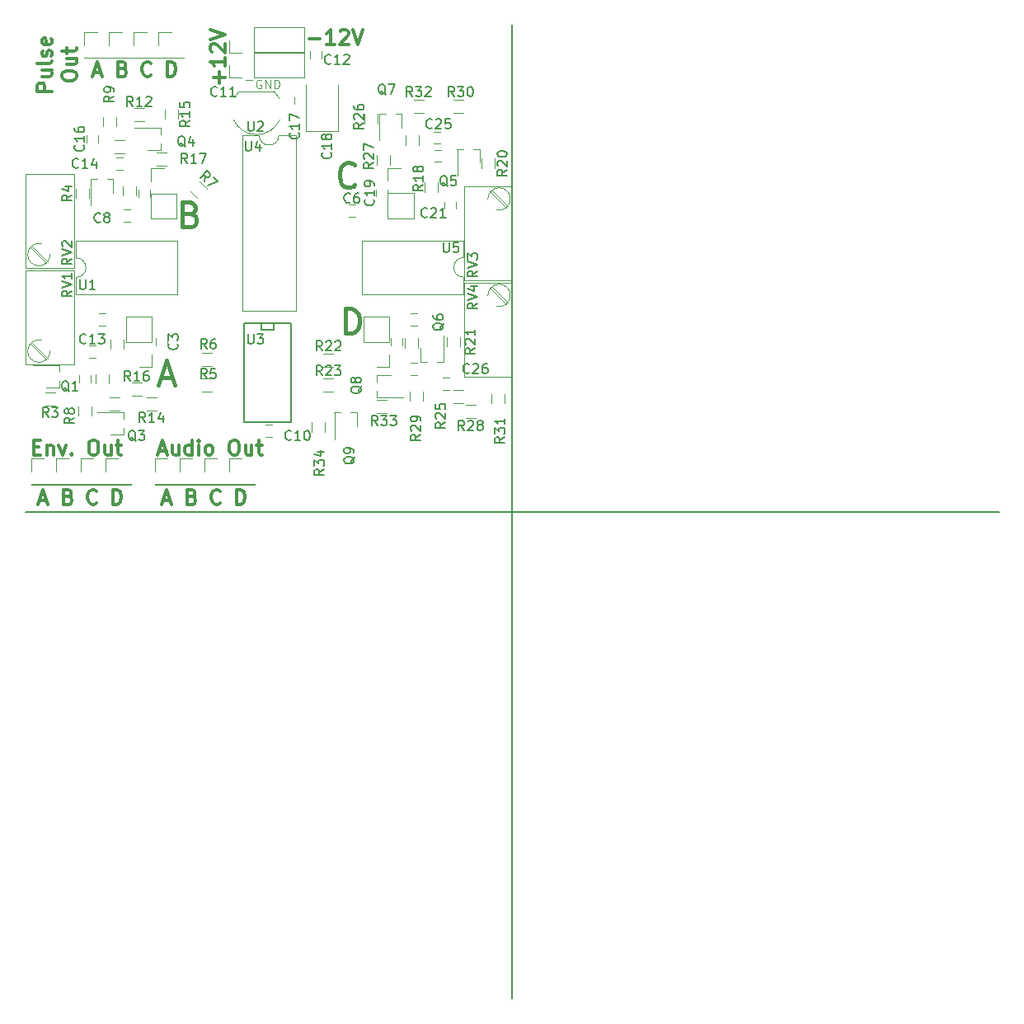
<source format=gbr>
G04 #@! TF.FileFunction,Legend,Top*
%FSLAX46Y46*%
G04 Gerber Fmt 4.6, Leading zero omitted, Abs format (unit mm)*
G04 Created by KiCad (PCBNEW 4.0.6) date 07/25/17 18:54:20*
%MOMM*%
%LPD*%
G01*
G04 APERTURE LIST*
%ADD10C,0.100000*%
%ADD11C,0.200000*%
%ADD12C,0.300000*%
%ADD13C,0.400000*%
%ADD14C,0.125000*%
%ADD15C,0.120000*%
%ADD16C,0.150000*%
G04 APERTURE END LIST*
D10*
D11*
X0Y-50000000D02*
X100000000Y-50000000D01*
X50000000Y0D02*
X50000000Y-100000000D01*
D12*
X13747714Y-43722000D02*
X14462000Y-43722000D01*
X13604857Y-44150571D02*
X14104857Y-42650571D01*
X14604857Y-44150571D01*
X15747714Y-43150571D02*
X15747714Y-44150571D01*
X15104857Y-43150571D02*
X15104857Y-43936286D01*
X15176285Y-44079143D01*
X15319143Y-44150571D01*
X15533428Y-44150571D01*
X15676285Y-44079143D01*
X15747714Y-44007714D01*
X17104857Y-44150571D02*
X17104857Y-42650571D01*
X17104857Y-44079143D02*
X16962000Y-44150571D01*
X16676286Y-44150571D01*
X16533428Y-44079143D01*
X16462000Y-44007714D01*
X16390571Y-43864857D01*
X16390571Y-43436286D01*
X16462000Y-43293429D01*
X16533428Y-43222000D01*
X16676286Y-43150571D01*
X16962000Y-43150571D01*
X17104857Y-43222000D01*
X17819143Y-44150571D02*
X17819143Y-43150571D01*
X17819143Y-42650571D02*
X17747714Y-42722000D01*
X17819143Y-42793429D01*
X17890571Y-42722000D01*
X17819143Y-42650571D01*
X17819143Y-42793429D01*
X18747715Y-44150571D02*
X18604857Y-44079143D01*
X18533429Y-44007714D01*
X18462000Y-43864857D01*
X18462000Y-43436286D01*
X18533429Y-43293429D01*
X18604857Y-43222000D01*
X18747715Y-43150571D01*
X18962000Y-43150571D01*
X19104857Y-43222000D01*
X19176286Y-43293429D01*
X19247715Y-43436286D01*
X19247715Y-43864857D01*
X19176286Y-44007714D01*
X19104857Y-44079143D01*
X18962000Y-44150571D01*
X18747715Y-44150571D01*
X21319143Y-42650571D02*
X21604857Y-42650571D01*
X21747715Y-42722000D01*
X21890572Y-42864857D01*
X21962000Y-43150571D01*
X21962000Y-43650571D01*
X21890572Y-43936286D01*
X21747715Y-44079143D01*
X21604857Y-44150571D01*
X21319143Y-44150571D01*
X21176286Y-44079143D01*
X21033429Y-43936286D01*
X20962000Y-43650571D01*
X20962000Y-43150571D01*
X21033429Y-42864857D01*
X21176286Y-42722000D01*
X21319143Y-42650571D01*
X23247715Y-43150571D02*
X23247715Y-44150571D01*
X22604858Y-43150571D02*
X22604858Y-43936286D01*
X22676286Y-44079143D01*
X22819144Y-44150571D01*
X23033429Y-44150571D01*
X23176286Y-44079143D01*
X23247715Y-44007714D01*
X23747715Y-43150571D02*
X24319144Y-43150571D01*
X23962001Y-42650571D02*
X23962001Y-43936286D01*
X24033429Y-44079143D01*
X24176287Y-44150571D01*
X24319144Y-44150571D01*
X865143Y-43364857D02*
X1365143Y-43364857D01*
X1579429Y-44150571D02*
X865143Y-44150571D01*
X865143Y-42650571D01*
X1579429Y-42650571D01*
X2222286Y-43150571D02*
X2222286Y-44150571D01*
X2222286Y-43293429D02*
X2293714Y-43222000D01*
X2436572Y-43150571D01*
X2650857Y-43150571D01*
X2793714Y-43222000D01*
X2865143Y-43364857D01*
X2865143Y-44150571D01*
X3436572Y-43150571D02*
X3793715Y-44150571D01*
X4150857Y-43150571D01*
X4722286Y-44007714D02*
X4793714Y-44079143D01*
X4722286Y-44150571D01*
X4650857Y-44079143D01*
X4722286Y-44007714D01*
X4722286Y-44150571D01*
X6865143Y-42650571D02*
X7150857Y-42650571D01*
X7293715Y-42722000D01*
X7436572Y-42864857D01*
X7508000Y-43150571D01*
X7508000Y-43650571D01*
X7436572Y-43936286D01*
X7293715Y-44079143D01*
X7150857Y-44150571D01*
X6865143Y-44150571D01*
X6722286Y-44079143D01*
X6579429Y-43936286D01*
X6508000Y-43650571D01*
X6508000Y-43150571D01*
X6579429Y-42864857D01*
X6722286Y-42722000D01*
X6865143Y-42650571D01*
X8793715Y-43150571D02*
X8793715Y-44150571D01*
X8150858Y-43150571D02*
X8150858Y-43936286D01*
X8222286Y-44079143D01*
X8365144Y-44150571D01*
X8579429Y-44150571D01*
X8722286Y-44079143D01*
X8793715Y-44007714D01*
X9293715Y-43150571D02*
X9865144Y-43150571D01*
X9508001Y-42650571D02*
X9508001Y-43936286D01*
X9579429Y-44079143D01*
X9722287Y-44150571D01*
X9865144Y-44150571D01*
D13*
X32873238Y-31648952D02*
X32873238Y-29148952D01*
X33468476Y-29148952D01*
X33825619Y-29268000D01*
X34063714Y-29506095D01*
X34182762Y-29744190D01*
X34301810Y-30220381D01*
X34301810Y-30577524D01*
X34182762Y-31053714D01*
X34063714Y-31291810D01*
X33825619Y-31529905D01*
X33468476Y-31648952D01*
X32873238Y-31648952D01*
X33793810Y-16424857D02*
X33674762Y-16543905D01*
X33317619Y-16662952D01*
X33079524Y-16662952D01*
X32722381Y-16543905D01*
X32484286Y-16305810D01*
X32365238Y-16067714D01*
X32246190Y-15591524D01*
X32246190Y-15234381D01*
X32365238Y-14758190D01*
X32484286Y-14520095D01*
X32722381Y-14282000D01*
X33079524Y-14162952D01*
X33317619Y-14162952D01*
X33674762Y-14282000D01*
X33793810Y-14401048D01*
X16942571Y-19417429D02*
X17299714Y-19536476D01*
X17418762Y-19655524D01*
X17537810Y-19893619D01*
X17537810Y-20250762D01*
X17418762Y-20488857D01*
X17299714Y-20607905D01*
X17061619Y-20726952D01*
X16109238Y-20726952D01*
X16109238Y-18226952D01*
X16942571Y-18226952D01*
X17180667Y-18346000D01*
X17299714Y-18465048D01*
X17418762Y-18703143D01*
X17418762Y-18941238D01*
X17299714Y-19179333D01*
X17180667Y-19298381D01*
X16942571Y-19417429D01*
X16109238Y-19417429D01*
X13882762Y-36268667D02*
X15073239Y-36268667D01*
X13644667Y-36982952D02*
X14478001Y-34482952D01*
X15311334Y-36982952D01*
D12*
X17125143Y-48444857D02*
X17339429Y-48516286D01*
X17410857Y-48587714D01*
X17482286Y-48730571D01*
X17482286Y-48944857D01*
X17410857Y-49087714D01*
X17339429Y-49159143D01*
X17196571Y-49230571D01*
X16625143Y-49230571D01*
X16625143Y-47730571D01*
X17125143Y-47730571D01*
X17268000Y-47802000D01*
X17339429Y-47873429D01*
X17410857Y-48016286D01*
X17410857Y-48159143D01*
X17339429Y-48302000D01*
X17268000Y-48373429D01*
X17125143Y-48444857D01*
X16625143Y-48444857D01*
X20022286Y-49087714D02*
X19950857Y-49159143D01*
X19736571Y-49230571D01*
X19593714Y-49230571D01*
X19379429Y-49159143D01*
X19236571Y-49016286D01*
X19165143Y-48873429D01*
X19093714Y-48587714D01*
X19093714Y-48373429D01*
X19165143Y-48087714D01*
X19236571Y-47944857D01*
X19379429Y-47802000D01*
X19593714Y-47730571D01*
X19736571Y-47730571D01*
X19950857Y-47802000D01*
X20022286Y-47873429D01*
X14120857Y-48802000D02*
X14835143Y-48802000D01*
X13978000Y-49230571D02*
X14478000Y-47730571D01*
X14978000Y-49230571D01*
X21705143Y-49230571D02*
X21705143Y-47730571D01*
X22062286Y-47730571D01*
X22276571Y-47802000D01*
X22419429Y-47944857D01*
X22490857Y-48087714D01*
X22562286Y-48373429D01*
X22562286Y-48587714D01*
X22490857Y-48873429D01*
X22419429Y-49016286D01*
X22276571Y-49159143D01*
X22062286Y-49230571D01*
X21705143Y-49230571D01*
X4425143Y-48444857D02*
X4639429Y-48516286D01*
X4710857Y-48587714D01*
X4782286Y-48730571D01*
X4782286Y-48944857D01*
X4710857Y-49087714D01*
X4639429Y-49159143D01*
X4496571Y-49230571D01*
X3925143Y-49230571D01*
X3925143Y-47730571D01*
X4425143Y-47730571D01*
X4568000Y-47802000D01*
X4639429Y-47873429D01*
X4710857Y-48016286D01*
X4710857Y-48159143D01*
X4639429Y-48302000D01*
X4568000Y-48373429D01*
X4425143Y-48444857D01*
X3925143Y-48444857D01*
X7322286Y-49087714D02*
X7250857Y-49159143D01*
X7036571Y-49230571D01*
X6893714Y-49230571D01*
X6679429Y-49159143D01*
X6536571Y-49016286D01*
X6465143Y-48873429D01*
X6393714Y-48587714D01*
X6393714Y-48373429D01*
X6465143Y-48087714D01*
X6536571Y-47944857D01*
X6679429Y-47802000D01*
X6893714Y-47730571D01*
X7036571Y-47730571D01*
X7250857Y-47802000D01*
X7322286Y-47873429D01*
X1420857Y-48802000D02*
X2135143Y-48802000D01*
X1278000Y-49230571D02*
X1778000Y-47730571D01*
X2278000Y-49230571D01*
X9005143Y-49230571D02*
X9005143Y-47730571D01*
X9362286Y-47730571D01*
X9576571Y-47802000D01*
X9719429Y-47944857D01*
X9790857Y-48087714D01*
X9862286Y-48373429D01*
X9862286Y-48587714D01*
X9790857Y-48873429D01*
X9719429Y-49016286D01*
X9576571Y-49159143D01*
X9362286Y-49230571D01*
X9005143Y-49230571D01*
D14*
X24206286Y-5684000D02*
X24120572Y-5641143D01*
X23992001Y-5641143D01*
X23863429Y-5684000D01*
X23777715Y-5769714D01*
X23734858Y-5855429D01*
X23692001Y-6026857D01*
X23692001Y-6155429D01*
X23734858Y-6326857D01*
X23777715Y-6412571D01*
X23863429Y-6498286D01*
X23992001Y-6541143D01*
X24077715Y-6541143D01*
X24206286Y-6498286D01*
X24249143Y-6455429D01*
X24249143Y-6155429D01*
X24077715Y-6155429D01*
X24634858Y-6541143D02*
X24634858Y-5641143D01*
X25149143Y-6541143D01*
X25149143Y-5641143D01*
X25577715Y-6541143D02*
X25577715Y-5641143D01*
X25792000Y-5641143D01*
X25920572Y-5684000D01*
X26006286Y-5769714D01*
X26049143Y-5855429D01*
X26092000Y-6026857D01*
X26092000Y-6155429D01*
X26049143Y-6326857D01*
X26006286Y-6412571D01*
X25920572Y-6498286D01*
X25792000Y-6541143D01*
X25577715Y-6541143D01*
D12*
X29107144Y-1415143D02*
X30250001Y-1415143D01*
X31750001Y-1986571D02*
X30892858Y-1986571D01*
X31321430Y-1986571D02*
X31321430Y-486571D01*
X31178573Y-700857D01*
X31035715Y-843714D01*
X30892858Y-915143D01*
X32321429Y-629429D02*
X32392858Y-558000D01*
X32535715Y-486571D01*
X32892858Y-486571D01*
X33035715Y-558000D01*
X33107144Y-629429D01*
X33178572Y-772286D01*
X33178572Y-915143D01*
X33107144Y-1129429D01*
X32250001Y-1986571D01*
X33178572Y-1986571D01*
X33607143Y-486571D02*
X34107143Y-1986571D01*
X34607143Y-486571D01*
X19919143Y-5982856D02*
X19919143Y-4839999D01*
X20490571Y-5411428D02*
X19347714Y-5411428D01*
X20490571Y-3339999D02*
X20490571Y-4197142D01*
X20490571Y-3768570D02*
X18990571Y-3768570D01*
X19204857Y-3911427D01*
X19347714Y-4054285D01*
X19419143Y-4197142D01*
X19133429Y-2768571D02*
X19062000Y-2697142D01*
X18990571Y-2554285D01*
X18990571Y-2197142D01*
X19062000Y-2054285D01*
X19133429Y-1982856D01*
X19276286Y-1911428D01*
X19419143Y-1911428D01*
X19633429Y-1982856D01*
X20490571Y-2839999D01*
X20490571Y-1911428D01*
X18990571Y-1482857D02*
X20490571Y-982857D01*
X18990571Y-482857D01*
X14593143Y-5288571D02*
X14593143Y-3788571D01*
X14950286Y-3788571D01*
X15164571Y-3860000D01*
X15307429Y-4002857D01*
X15378857Y-4145714D01*
X15450286Y-4431429D01*
X15450286Y-4645714D01*
X15378857Y-4931429D01*
X15307429Y-5074286D01*
X15164571Y-5217143D01*
X14950286Y-5288571D01*
X14593143Y-5288571D01*
X12910286Y-5145714D02*
X12838857Y-5217143D01*
X12624571Y-5288571D01*
X12481714Y-5288571D01*
X12267429Y-5217143D01*
X12124571Y-5074286D01*
X12053143Y-4931429D01*
X11981714Y-4645714D01*
X11981714Y-4431429D01*
X12053143Y-4145714D01*
X12124571Y-4002857D01*
X12267429Y-3860000D01*
X12481714Y-3788571D01*
X12624571Y-3788571D01*
X12838857Y-3860000D01*
X12910286Y-3931429D01*
X10013143Y-4502857D02*
X10227429Y-4574286D01*
X10298857Y-4645714D01*
X10370286Y-4788571D01*
X10370286Y-5002857D01*
X10298857Y-5145714D01*
X10227429Y-5217143D01*
X10084571Y-5288571D01*
X9513143Y-5288571D01*
X9513143Y-3788571D01*
X10013143Y-3788571D01*
X10156000Y-3860000D01*
X10227429Y-3931429D01*
X10298857Y-4074286D01*
X10298857Y-4217143D01*
X10227429Y-4360000D01*
X10156000Y-4431429D01*
X10013143Y-4502857D01*
X9513143Y-4502857D01*
X7008857Y-4860000D02*
X7723143Y-4860000D01*
X6866000Y-5288571D02*
X7366000Y-3788571D01*
X7866000Y-5288571D01*
X2705571Y-6816285D02*
X1205571Y-6816285D01*
X1205571Y-6244857D01*
X1277000Y-6101999D01*
X1348429Y-6030571D01*
X1491286Y-5959142D01*
X1705571Y-5959142D01*
X1848429Y-6030571D01*
X1919857Y-6101999D01*
X1991286Y-6244857D01*
X1991286Y-6816285D01*
X1705571Y-4673428D02*
X2705571Y-4673428D01*
X1705571Y-5316285D02*
X2491286Y-5316285D01*
X2634143Y-5244857D01*
X2705571Y-5101999D01*
X2705571Y-4887714D01*
X2634143Y-4744857D01*
X2562714Y-4673428D01*
X2705571Y-3744856D02*
X2634143Y-3887714D01*
X2491286Y-3959142D01*
X1205571Y-3959142D01*
X2634143Y-3244857D02*
X2705571Y-3102000D01*
X2705571Y-2816285D01*
X2634143Y-2673428D01*
X2491286Y-2602000D01*
X2419857Y-2602000D01*
X2277000Y-2673428D01*
X2205571Y-2816285D01*
X2205571Y-3030571D01*
X2134143Y-3173428D01*
X1991286Y-3244857D01*
X1919857Y-3244857D01*
X1777000Y-3173428D01*
X1705571Y-3030571D01*
X1705571Y-2816285D01*
X1777000Y-2673428D01*
X2634143Y-1387714D02*
X2705571Y-1530571D01*
X2705571Y-1816285D01*
X2634143Y-1959142D01*
X2491286Y-2030571D01*
X1919857Y-2030571D01*
X1777000Y-1959142D01*
X1705571Y-1816285D01*
X1705571Y-1530571D01*
X1777000Y-1387714D01*
X1919857Y-1316285D01*
X2062714Y-1316285D01*
X2205571Y-2030571D01*
X3755571Y-5352000D02*
X3755571Y-5066286D01*
X3827000Y-4923428D01*
X3969857Y-4780571D01*
X4255571Y-4709143D01*
X4755571Y-4709143D01*
X5041286Y-4780571D01*
X5184143Y-4923428D01*
X5255571Y-5066286D01*
X5255571Y-5352000D01*
X5184143Y-5494857D01*
X5041286Y-5637714D01*
X4755571Y-5709143D01*
X4255571Y-5709143D01*
X3969857Y-5637714D01*
X3827000Y-5494857D01*
X3755571Y-5352000D01*
X4255571Y-3423428D02*
X5255571Y-3423428D01*
X4255571Y-4066285D02*
X5041286Y-4066285D01*
X5184143Y-3994857D01*
X5255571Y-3851999D01*
X5255571Y-3637714D01*
X5184143Y-3494857D01*
X5112714Y-3423428D01*
X4255571Y-2923428D02*
X4255571Y-2351999D01*
X3755571Y-2709142D02*
X5041286Y-2709142D01*
X5184143Y-2637714D01*
X5255571Y-2494856D01*
X5255571Y-2351999D01*
D15*
X40812000Y-37638000D02*
X40812000Y-38638000D01*
X39452000Y-38638000D02*
X39452000Y-37638000D01*
D16*
X27305000Y-40805000D02*
X22479000Y-40805000D01*
X22479000Y-40805000D02*
X22479000Y-30645000D01*
X22479000Y-30645000D02*
X27305000Y-30645000D01*
X27305000Y-30645000D02*
X27305000Y-40805000D01*
X25527000Y-30645000D02*
X25527000Y-31280000D01*
X25527000Y-31280000D02*
X24257000Y-31280000D01*
X24257000Y-31280000D02*
X24257000Y-30645000D01*
D15*
X14570000Y-32200000D02*
X14570000Y-32900000D01*
X13370000Y-32900000D02*
X13370000Y-32200000D01*
X11592000Y-17660000D02*
X11592000Y-16960000D01*
X12792000Y-16960000D02*
X12792000Y-17660000D01*
X33178000Y-18488000D02*
X33878000Y-18488000D01*
X33878000Y-19688000D02*
X33178000Y-19688000D01*
X7524000Y-29664000D02*
X8224000Y-29664000D01*
X8224000Y-30864000D02*
X7524000Y-30864000D01*
X10064000Y-18996000D02*
X10764000Y-18996000D01*
X10764000Y-20196000D02*
X10064000Y-20196000D01*
X24669000Y-41094000D02*
X25369000Y-41094000D01*
X25369000Y-42294000D02*
X24669000Y-42294000D01*
X22637000Y-5661000D02*
X23337000Y-5661000D01*
X23337000Y-6861000D02*
X22637000Y-6861000D01*
X29245000Y-3436000D02*
X29245000Y-2736000D01*
X30445000Y-2736000D02*
X30445000Y-3436000D01*
X6508000Y-32966000D02*
X7208000Y-32966000D01*
X7208000Y-34166000D02*
X6508000Y-34166000D01*
X9302000Y-13662000D02*
X10002000Y-13662000D01*
X10002000Y-14862000D02*
X9302000Y-14862000D01*
X5496000Y-36710000D02*
X5496000Y-36010000D01*
X6696000Y-36010000D02*
X6696000Y-36710000D01*
X7458000Y-11372000D02*
X7458000Y-12072000D01*
X6258000Y-12072000D02*
X6258000Y-11372000D01*
X27594000Y-8135000D02*
X27594000Y-7435000D01*
X28794000Y-7435000D02*
X28794000Y-8135000D01*
X36022000Y-17632000D02*
X36022000Y-16932000D01*
X37222000Y-16932000D02*
X37222000Y-17632000D01*
X38700000Y-32200000D02*
X38700000Y-32900000D01*
X37500000Y-32900000D02*
X37500000Y-32200000D01*
X43007000Y-18902000D02*
X43007000Y-18202000D01*
X44207000Y-18202000D02*
X44207000Y-18902000D01*
X40228000Y-30864000D02*
X39528000Y-30864000D01*
X39528000Y-29664000D02*
X40228000Y-29664000D01*
X42687000Y-14072000D02*
X41987000Y-14072000D01*
X41987000Y-12872000D02*
X42687000Y-12872000D01*
X40228000Y-35944000D02*
X39528000Y-35944000D01*
X39528000Y-34744000D02*
X40228000Y-34744000D01*
X41941000Y-10995000D02*
X42641000Y-10995000D01*
X42641000Y-12195000D02*
X41941000Y-12195000D01*
X43530000Y-37468000D02*
X42830000Y-37468000D01*
X42830000Y-36268000D02*
X43530000Y-36268000D01*
X8718000Y-33304000D02*
X8718000Y-32304000D01*
X10078000Y-32304000D02*
X10078000Y-33304000D01*
X11348000Y-16556000D02*
X11348000Y-17556000D01*
X9988000Y-17556000D02*
X9988000Y-16556000D01*
X2040000Y-37712000D02*
X3040000Y-37712000D01*
X3040000Y-39072000D02*
X2040000Y-39072000D01*
X5162000Y-17810000D02*
X5162000Y-16810000D01*
X6522000Y-16810000D02*
X6522000Y-17810000D01*
X18169000Y-36315000D02*
X19169000Y-36315000D01*
X19169000Y-37675000D02*
X18169000Y-37675000D01*
X18169000Y-33648000D02*
X19169000Y-33648000D01*
X19169000Y-35008000D02*
X18169000Y-35008000D01*
X17652721Y-17763386D02*
X16945614Y-17056279D01*
X17907279Y-16094614D02*
X18614386Y-16801721D01*
X6776000Y-39162000D02*
X6776000Y-40162000D01*
X5416000Y-40162000D02*
X5416000Y-39162000D01*
X9316000Y-9444000D02*
X9316000Y-10444000D01*
X7956000Y-10444000D02*
X7956000Y-9444000D01*
X8644000Y-38220000D02*
X9644000Y-38220000D01*
X9644000Y-39580000D02*
X8644000Y-39580000D01*
X8554000Y-35860000D02*
X8554000Y-36860000D01*
X7194000Y-36860000D02*
X7194000Y-35860000D01*
X11184000Y-8502000D02*
X12184000Y-8502000D01*
X12184000Y-9862000D02*
X11184000Y-9862000D01*
X10152000Y-13164000D02*
X9152000Y-13164000D01*
X9152000Y-11804000D02*
X10152000Y-11804000D01*
X12454000Y-38220000D02*
X13454000Y-38220000D01*
X13454000Y-39580000D02*
X12454000Y-39580000D01*
X14306000Y-9682000D02*
X14306000Y-8682000D01*
X15666000Y-8682000D02*
X15666000Y-9682000D01*
X10930000Y-36696000D02*
X11930000Y-36696000D01*
X11930000Y-38056000D02*
X10930000Y-38056000D01*
X13470000Y-13074000D02*
X14470000Y-13074000D01*
X14470000Y-14434000D02*
X13470000Y-14434000D01*
X42382000Y-16147000D02*
X42382000Y-17147000D01*
X41022000Y-17147000D02*
X41022000Y-16147000D01*
X38944000Y-33177000D02*
X38944000Y-32177000D01*
X40304000Y-32177000D02*
X40304000Y-33177000D01*
X46864000Y-14734000D02*
X46864000Y-13734000D01*
X48224000Y-13734000D02*
X48224000Y-14734000D01*
X44622000Y-32050000D02*
X44622000Y-33050000D01*
X43262000Y-33050000D02*
X43262000Y-32050000D01*
X31615000Y-35135000D02*
X30615000Y-35135000D01*
X30615000Y-33775000D02*
X31615000Y-33775000D01*
X31615000Y-37675000D02*
X30615000Y-37675000D01*
X30615000Y-36315000D02*
X31615000Y-36315000D01*
X40430000Y-11358000D02*
X40430000Y-12358000D01*
X39070000Y-12358000D02*
X39070000Y-11358000D01*
X43950000Y-37458000D02*
X44950000Y-37458000D01*
X44950000Y-38818000D02*
X43950000Y-38818000D01*
X34820000Y-10108000D02*
X34820000Y-9108000D01*
X36180000Y-9108000D02*
X36180000Y-10108000D01*
X36070000Y-14358000D02*
X36070000Y-13358000D01*
X37430000Y-13358000D02*
X37430000Y-14358000D01*
X45220000Y-38982000D02*
X46220000Y-38982000D01*
X46220000Y-40342000D02*
X45220000Y-40342000D01*
X44000000Y-7678000D02*
X45000000Y-7678000D01*
X45000000Y-9038000D02*
X44000000Y-9038000D01*
X47834000Y-38892000D02*
X47834000Y-37892000D01*
X49194000Y-37892000D02*
X49194000Y-38892000D01*
X39932000Y-7712000D02*
X40932000Y-7712000D01*
X40932000Y-9072000D02*
X39932000Y-9072000D01*
X36076000Y-38474000D02*
X37076000Y-38474000D01*
X37076000Y-39834000D02*
X36076000Y-39834000D01*
X3529000Y-36606000D02*
X3529000Y-37266000D01*
X3529000Y-34936000D02*
X3529000Y-35606000D01*
X3529000Y-34946000D02*
X794000Y-34946000D01*
X2119000Y-37266000D02*
X3529000Y-37266000D01*
X8374000Y-15813000D02*
X9034000Y-15813000D01*
X6704000Y-15813000D02*
X7374000Y-15813000D01*
X6714000Y-15813000D02*
X6714000Y-18548000D01*
X9034000Y-17223000D02*
X9034000Y-15813000D01*
X23495000Y-5432000D02*
X28635000Y-5432000D01*
X28635000Y-5432000D02*
X28635000Y-2772000D01*
X28635000Y-2772000D02*
X23495000Y-2772000D01*
X23495000Y-2772000D02*
X23495000Y-5432000D01*
X22225000Y-5432000D02*
X20895000Y-5432000D01*
X20895000Y-5432000D02*
X20895000Y-4102000D01*
X23495000Y-2892000D02*
X28635000Y-2892000D01*
X28635000Y-2892000D02*
X28635000Y-232000D01*
X28635000Y-232000D02*
X23495000Y-232000D01*
X23495000Y-232000D02*
X23495000Y-2892000D01*
X22225000Y-2892000D02*
X20895000Y-2892000D01*
X20895000Y-2892000D02*
X20895000Y-1562000D01*
X36095000Y-36622000D02*
X36095000Y-35962000D01*
X36095000Y-38292000D02*
X36095000Y-37622000D01*
X36095000Y-38282000D02*
X38830000Y-38282000D01*
X37505000Y-35962000D02*
X36095000Y-35962000D01*
X38000000Y-9123000D02*
X38660000Y-9123000D01*
X36330000Y-9123000D02*
X37000000Y-9123000D01*
X36340000Y-9123000D02*
X36340000Y-11858000D01*
X38660000Y-10533000D02*
X38660000Y-9123000D01*
X41246000Y-34617000D02*
X40586000Y-34617000D01*
X42916000Y-34617000D02*
X42246000Y-34617000D01*
X42906000Y-34617000D02*
X42906000Y-31882000D01*
X40586000Y-33207000D02*
X40586000Y-34617000D01*
X46012000Y-12737000D02*
X46672000Y-12737000D01*
X44342000Y-12737000D02*
X45012000Y-12737000D01*
X44352000Y-12737000D02*
X44352000Y-15472000D01*
X46672000Y-14147000D02*
X46672000Y-12737000D01*
X13943000Y-12222000D02*
X13943000Y-12882000D01*
X13943000Y-10552000D02*
X13943000Y-11222000D01*
X13943000Y-10562000D02*
X11208000Y-10562000D01*
X12533000Y-12882000D02*
X13943000Y-12882000D01*
X10133000Y-41432000D02*
X10133000Y-42092000D01*
X10133000Y-39762000D02*
X10133000Y-40432000D01*
X10133000Y-39772000D02*
X7398000Y-39772000D01*
X8723000Y-42092000D02*
X10133000Y-42092000D01*
X44997000Y-23902000D02*
X44997000Y-22132000D01*
X44997000Y-22132000D02*
X34597000Y-22132000D01*
X34597000Y-22132000D02*
X34597000Y-27672000D01*
X34597000Y-27672000D02*
X44997000Y-27672000D01*
X44997000Y-27672000D02*
X44997000Y-25902000D01*
X44997000Y-25902000D02*
G75*
G02X44997000Y-23902000I0J1000000D01*
G01*
X5214000Y-25930000D02*
X5214000Y-27700000D01*
X5214000Y-27700000D02*
X15614000Y-27700000D01*
X15614000Y-27700000D02*
X15614000Y-22160000D01*
X15614000Y-22160000D02*
X5214000Y-22160000D01*
X5214000Y-22160000D02*
X5214000Y-23930000D01*
X5214000Y-23930000D02*
G75*
G02X5214000Y-25930000I0J-1000000D01*
G01*
X47493704Y-27825309D02*
G75*
G02X49803000Y-27785000I1154296J40309D01*
G01*
X49802052Y-27764879D02*
G75*
G02X48408000Y-28914000I-1154052J-20121D01*
G01*
X45028000Y-36105000D02*
X45028000Y-26455000D01*
X49979000Y-36105000D02*
X49979000Y-26455000D01*
X45028000Y-36105000D02*
X49979000Y-36105000D01*
X45028000Y-26455000D02*
X49979000Y-26455000D01*
X47914000Y-26909000D02*
X49524000Y-28520000D01*
X47773000Y-27049000D02*
X49383000Y-28661000D01*
X47493704Y-17919309D02*
G75*
G02X49803000Y-17879000I1154296J40309D01*
G01*
X49802052Y-17858879D02*
G75*
G02X48408000Y-19008000I-1154052J-20121D01*
G01*
X45028000Y-26199000D02*
X45028000Y-16549000D01*
X49979000Y-26199000D02*
X49979000Y-16549000D01*
X45028000Y-26199000D02*
X49979000Y-26199000D01*
X45028000Y-16549000D02*
X49979000Y-16549000D01*
X47914000Y-17003000D02*
X49524000Y-18614000D01*
X47773000Y-17143000D02*
X49383000Y-18755000D01*
X2544296Y-23558691D02*
G75*
G02X235000Y-23599000I-1154296J-40309D01*
G01*
X235948Y-23619121D02*
G75*
G02X1630000Y-22470000I1154052J20121D01*
G01*
X5010000Y-15279000D02*
X5010000Y-24929000D01*
X59000Y-15279000D02*
X59000Y-24929000D01*
X5010000Y-15279000D02*
X59000Y-15279000D01*
X5010000Y-24929000D02*
X59000Y-24929000D01*
X2124000Y-24475000D02*
X514000Y-22864000D01*
X2265000Y-24335000D02*
X655000Y-22723000D01*
X2544296Y-33464691D02*
G75*
G02X235000Y-33505000I-1154296J-40309D01*
G01*
X235948Y-33525121D02*
G75*
G02X1630000Y-32376000I1154052J20121D01*
G01*
X5010000Y-25185000D02*
X5010000Y-34835000D01*
X59000Y-25185000D02*
X59000Y-34835000D01*
X5010000Y-25185000D02*
X59000Y-25185000D01*
X5010000Y-34835000D02*
X59000Y-34835000D01*
X2124000Y-34381000D02*
X514000Y-32770000D01*
X2265000Y-34241000D02*
X655000Y-32629000D01*
X37398000Y-32550000D02*
X37398000Y-29950000D01*
X37398000Y-29950000D02*
X34738000Y-29950000D01*
X34738000Y-29950000D02*
X34738000Y-32550000D01*
X34738000Y-32550000D02*
X37398000Y-32550000D01*
X37398000Y-33820000D02*
X37398000Y-35150000D01*
X37398000Y-35150000D02*
X36068000Y-35150000D01*
X37197000Y-17282000D02*
X37197000Y-19882000D01*
X37197000Y-19882000D02*
X39857000Y-19882000D01*
X39857000Y-19882000D02*
X39857000Y-17282000D01*
X39857000Y-17282000D02*
X37197000Y-17282000D01*
X37197000Y-16012000D02*
X37197000Y-14682000D01*
X37197000Y-14682000D02*
X38527000Y-14682000D01*
X12894000Y-17310000D02*
X12894000Y-19910000D01*
X12894000Y-19910000D02*
X15554000Y-19910000D01*
X15554000Y-19910000D02*
X15554000Y-17310000D01*
X15554000Y-17310000D02*
X12894000Y-17310000D01*
X12894000Y-16040000D02*
X12894000Y-14710000D01*
X12894000Y-14710000D02*
X14224000Y-14710000D01*
X13014000Y-32550000D02*
X13014000Y-29950000D01*
X13014000Y-29950000D02*
X10354000Y-29950000D01*
X10354000Y-29950000D02*
X10354000Y-32550000D01*
X10354000Y-32550000D02*
X13014000Y-32550000D01*
X13014000Y-33820000D02*
X13014000Y-35150000D01*
X13014000Y-35150000D02*
X11684000Y-35150000D01*
X13656000Y-3340000D02*
X13656000Y-3400000D01*
X13656000Y-3400000D02*
X16316000Y-3400000D01*
X16316000Y-3400000D02*
X16316000Y-3340000D01*
X16316000Y-3340000D02*
X13656000Y-3340000D01*
X13656000Y-2070000D02*
X13656000Y-740000D01*
X13656000Y-740000D02*
X14986000Y-740000D01*
X11116000Y-3340000D02*
X11116000Y-3400000D01*
X11116000Y-3400000D02*
X13776000Y-3400000D01*
X13776000Y-3400000D02*
X13776000Y-3340000D01*
X13776000Y-3340000D02*
X11116000Y-3340000D01*
X11116000Y-2070000D02*
X11116000Y-740000D01*
X11116000Y-740000D02*
X12446000Y-740000D01*
X20895000Y-47155000D02*
X20895000Y-47215000D01*
X20895000Y-47215000D02*
X23555000Y-47215000D01*
X23555000Y-47215000D02*
X23555000Y-47155000D01*
X23555000Y-47155000D02*
X20895000Y-47155000D01*
X20895000Y-45885000D02*
X20895000Y-44555000D01*
X20895000Y-44555000D02*
X22225000Y-44555000D01*
X18355000Y-47155000D02*
X18355000Y-47215000D01*
X18355000Y-47215000D02*
X21015000Y-47215000D01*
X21015000Y-47215000D02*
X21015000Y-47155000D01*
X21015000Y-47155000D02*
X18355000Y-47155000D01*
X18355000Y-45885000D02*
X18355000Y-44555000D01*
X18355000Y-44555000D02*
X19685000Y-44555000D01*
X8195000Y-47155000D02*
X8195000Y-47215000D01*
X8195000Y-47215000D02*
X10855000Y-47215000D01*
X10855000Y-47215000D02*
X10855000Y-47155000D01*
X10855000Y-47155000D02*
X8195000Y-47155000D01*
X8195000Y-45885000D02*
X8195000Y-44555000D01*
X8195000Y-44555000D02*
X9525000Y-44555000D01*
X5655000Y-47155000D02*
X5655000Y-47215000D01*
X5655000Y-47215000D02*
X8315000Y-47215000D01*
X8315000Y-47215000D02*
X8315000Y-47155000D01*
X8315000Y-47155000D02*
X5655000Y-47155000D01*
X5655000Y-45885000D02*
X5655000Y-44555000D01*
X5655000Y-44555000D02*
X6985000Y-44555000D01*
X8576000Y-3340000D02*
X8576000Y-3400000D01*
X8576000Y-3400000D02*
X11236000Y-3400000D01*
X11236000Y-3400000D02*
X11236000Y-3340000D01*
X11236000Y-3340000D02*
X8576000Y-3340000D01*
X8576000Y-2070000D02*
X8576000Y-740000D01*
X8576000Y-740000D02*
X9906000Y-740000D01*
X6036000Y-3340000D02*
X6036000Y-3400000D01*
X6036000Y-3400000D02*
X8696000Y-3400000D01*
X8696000Y-3400000D02*
X8696000Y-3340000D01*
X8696000Y-3340000D02*
X6036000Y-3340000D01*
X6036000Y-2070000D02*
X6036000Y-740000D01*
X6036000Y-740000D02*
X7366000Y-740000D01*
X15815000Y-47155000D02*
X15815000Y-47215000D01*
X15815000Y-47215000D02*
X18475000Y-47215000D01*
X18475000Y-47215000D02*
X18475000Y-47155000D01*
X18475000Y-47155000D02*
X15815000Y-47155000D01*
X15815000Y-45885000D02*
X15815000Y-44555000D01*
X15815000Y-44555000D02*
X17145000Y-44555000D01*
X13275000Y-47155000D02*
X13275000Y-47215000D01*
X13275000Y-47215000D02*
X15935000Y-47215000D01*
X15935000Y-47215000D02*
X15935000Y-47155000D01*
X15935000Y-47155000D02*
X13275000Y-47155000D01*
X13275000Y-45885000D02*
X13275000Y-44555000D01*
X13275000Y-44555000D02*
X14605000Y-44555000D01*
X3115000Y-47155000D02*
X3115000Y-47215000D01*
X3115000Y-47215000D02*
X5775000Y-47215000D01*
X5775000Y-47215000D02*
X5775000Y-47155000D01*
X5775000Y-47155000D02*
X3115000Y-47155000D01*
X3115000Y-45885000D02*
X3115000Y-44555000D01*
X3115000Y-44555000D02*
X4445000Y-44555000D01*
X575000Y-47155000D02*
X575000Y-47215000D01*
X575000Y-47215000D02*
X3235000Y-47215000D01*
X3235000Y-47215000D02*
X3235000Y-47155000D01*
X3235000Y-47155000D02*
X575000Y-47155000D01*
X575000Y-45885000D02*
X575000Y-44555000D01*
X575000Y-44555000D02*
X1905000Y-44555000D01*
X28830000Y-10912000D02*
X28830000Y-6162000D01*
X32130000Y-10912000D02*
X32130000Y-6162000D01*
X28830000Y-10912000D02*
X32130000Y-10912000D01*
X24019000Y-11348000D02*
X22249000Y-11348000D01*
X22249000Y-11348000D02*
X22249000Y-29368000D01*
X22249000Y-29368000D02*
X27789000Y-29368000D01*
X27789000Y-29368000D02*
X27789000Y-11348000D01*
X27789000Y-11348000D02*
X26019000Y-11348000D01*
X26019000Y-11348000D02*
G75*
G02X24019000Y-11348000I-1000000J0D01*
G01*
X25549000Y-6824000D02*
X21949000Y-6824000D01*
X26073184Y-7551205D02*
G75*
G03X25549000Y-6824000I-2324184J-1122795D01*
G01*
X26105400Y-9772807D02*
G75*
G02X23749000Y-11274000I-2356400J1098807D01*
G01*
X21392600Y-9772807D02*
G75*
G03X23749000Y-11274000I2356400J1098807D01*
G01*
X21424816Y-7551205D02*
G75*
G02X21949000Y-6824000I2324184J-1122795D01*
G01*
X33393000Y-39816000D02*
X34053000Y-39816000D01*
X31723000Y-39816000D02*
X32393000Y-39816000D01*
X31733000Y-39816000D02*
X31733000Y-42551000D01*
X34053000Y-41226000D02*
X34053000Y-39816000D01*
X29419000Y-41813000D02*
X29419000Y-40813000D01*
X30779000Y-40813000D02*
X30779000Y-41813000D01*
D16*
X40584381Y-42082857D02*
X40108190Y-42416191D01*
X40584381Y-42654286D02*
X39584381Y-42654286D01*
X39584381Y-42273333D01*
X39632000Y-42178095D01*
X39679619Y-42130476D01*
X39774857Y-42082857D01*
X39917714Y-42082857D01*
X40012952Y-42130476D01*
X40060571Y-42178095D01*
X40108190Y-42273333D01*
X40108190Y-42654286D01*
X39679619Y-41701905D02*
X39632000Y-41654286D01*
X39584381Y-41559048D01*
X39584381Y-41320952D01*
X39632000Y-41225714D01*
X39679619Y-41178095D01*
X39774857Y-41130476D01*
X39870095Y-41130476D01*
X40012952Y-41178095D01*
X40584381Y-41749524D01*
X40584381Y-41130476D01*
X40584381Y-40654286D02*
X40584381Y-40463810D01*
X40536762Y-40368571D01*
X40489143Y-40320952D01*
X40346286Y-40225714D01*
X40155810Y-40178095D01*
X39774857Y-40178095D01*
X39679619Y-40225714D01*
X39632000Y-40273333D01*
X39584381Y-40368571D01*
X39584381Y-40559048D01*
X39632000Y-40654286D01*
X39679619Y-40701905D01*
X39774857Y-40749524D01*
X40012952Y-40749524D01*
X40108190Y-40701905D01*
X40155810Y-40654286D01*
X40203429Y-40559048D01*
X40203429Y-40368571D01*
X40155810Y-40273333D01*
X40108190Y-40225714D01*
X40012952Y-40178095D01*
X22860095Y-31748381D02*
X22860095Y-32557905D01*
X22907714Y-32653143D01*
X22955333Y-32700762D01*
X23050571Y-32748381D01*
X23241048Y-32748381D01*
X23336286Y-32700762D01*
X23383905Y-32653143D01*
X23431524Y-32557905D01*
X23431524Y-31748381D01*
X23812476Y-31748381D02*
X24431524Y-31748381D01*
X24098190Y-32129333D01*
X24241048Y-32129333D01*
X24336286Y-32176952D01*
X24383905Y-32224571D01*
X24431524Y-32319810D01*
X24431524Y-32557905D01*
X24383905Y-32653143D01*
X24336286Y-32700762D01*
X24241048Y-32748381D01*
X23955333Y-32748381D01*
X23860095Y-32700762D01*
X23812476Y-32653143D01*
X15577143Y-32716666D02*
X15624762Y-32764285D01*
X15672381Y-32907142D01*
X15672381Y-33002380D01*
X15624762Y-33145238D01*
X15529524Y-33240476D01*
X15434286Y-33288095D01*
X15243810Y-33335714D01*
X15100952Y-33335714D01*
X14910476Y-33288095D01*
X14815238Y-33240476D01*
X14720000Y-33145238D01*
X14672381Y-33002380D01*
X14672381Y-32907142D01*
X14720000Y-32764285D01*
X14767619Y-32716666D01*
X14672381Y-32383333D02*
X14672381Y-31764285D01*
X15053333Y-32097619D01*
X15053333Y-31954761D01*
X15100952Y-31859523D01*
X15148571Y-31811904D01*
X15243810Y-31764285D01*
X15481905Y-31764285D01*
X15577143Y-31811904D01*
X15624762Y-31859523D01*
X15672381Y-31954761D01*
X15672381Y-32240476D01*
X15624762Y-32335714D01*
X15577143Y-32383333D01*
X33361334Y-18195143D02*
X33313715Y-18242762D01*
X33170858Y-18290381D01*
X33075620Y-18290381D01*
X32932762Y-18242762D01*
X32837524Y-18147524D01*
X32789905Y-18052286D01*
X32742286Y-17861810D01*
X32742286Y-17718952D01*
X32789905Y-17528476D01*
X32837524Y-17433238D01*
X32932762Y-17338000D01*
X33075620Y-17290381D01*
X33170858Y-17290381D01*
X33313715Y-17338000D01*
X33361334Y-17385619D01*
X34218477Y-17290381D02*
X34028000Y-17290381D01*
X33932762Y-17338000D01*
X33885143Y-17385619D01*
X33789905Y-17528476D01*
X33742286Y-17718952D01*
X33742286Y-18099905D01*
X33789905Y-18195143D01*
X33837524Y-18242762D01*
X33932762Y-18290381D01*
X34123239Y-18290381D01*
X34218477Y-18242762D01*
X34266096Y-18195143D01*
X34313715Y-18099905D01*
X34313715Y-17861810D01*
X34266096Y-17766571D01*
X34218477Y-17718952D01*
X34123239Y-17671333D01*
X33932762Y-17671333D01*
X33837524Y-17718952D01*
X33789905Y-17766571D01*
X33742286Y-17861810D01*
X7707334Y-20207143D02*
X7659715Y-20254762D01*
X7516858Y-20302381D01*
X7421620Y-20302381D01*
X7278762Y-20254762D01*
X7183524Y-20159524D01*
X7135905Y-20064286D01*
X7088286Y-19873810D01*
X7088286Y-19730952D01*
X7135905Y-19540476D01*
X7183524Y-19445238D01*
X7278762Y-19350000D01*
X7421620Y-19302381D01*
X7516858Y-19302381D01*
X7659715Y-19350000D01*
X7707334Y-19397619D01*
X8278762Y-19730952D02*
X8183524Y-19683333D01*
X8135905Y-19635714D01*
X8088286Y-19540476D01*
X8088286Y-19492857D01*
X8135905Y-19397619D01*
X8183524Y-19350000D01*
X8278762Y-19302381D01*
X8469239Y-19302381D01*
X8564477Y-19350000D01*
X8612096Y-19397619D01*
X8659715Y-19492857D01*
X8659715Y-19540476D01*
X8612096Y-19635714D01*
X8564477Y-19683333D01*
X8469239Y-19730952D01*
X8278762Y-19730952D01*
X8183524Y-19778571D01*
X8135905Y-19826190D01*
X8088286Y-19921429D01*
X8088286Y-20111905D01*
X8135905Y-20207143D01*
X8183524Y-20254762D01*
X8278762Y-20302381D01*
X8469239Y-20302381D01*
X8564477Y-20254762D01*
X8612096Y-20207143D01*
X8659715Y-20111905D01*
X8659715Y-19921429D01*
X8612096Y-19826190D01*
X8564477Y-19778571D01*
X8469239Y-19730952D01*
X27297143Y-42559143D02*
X27249524Y-42606762D01*
X27106667Y-42654381D01*
X27011429Y-42654381D01*
X26868571Y-42606762D01*
X26773333Y-42511524D01*
X26725714Y-42416286D01*
X26678095Y-42225810D01*
X26678095Y-42082952D01*
X26725714Y-41892476D01*
X26773333Y-41797238D01*
X26868571Y-41702000D01*
X27011429Y-41654381D01*
X27106667Y-41654381D01*
X27249524Y-41702000D01*
X27297143Y-41749619D01*
X28249524Y-42654381D02*
X27678095Y-42654381D01*
X27963809Y-42654381D02*
X27963809Y-41654381D01*
X27868571Y-41797238D01*
X27773333Y-41892476D01*
X27678095Y-41940095D01*
X28868571Y-41654381D02*
X28963810Y-41654381D01*
X29059048Y-41702000D01*
X29106667Y-41749619D01*
X29154286Y-41844857D01*
X29201905Y-42035333D01*
X29201905Y-42273429D01*
X29154286Y-42463905D01*
X29106667Y-42559143D01*
X29059048Y-42606762D01*
X28963810Y-42654381D01*
X28868571Y-42654381D01*
X28773333Y-42606762D01*
X28725714Y-42559143D01*
X28678095Y-42463905D01*
X28630476Y-42273429D01*
X28630476Y-42035333D01*
X28678095Y-41844857D01*
X28725714Y-41749619D01*
X28773333Y-41702000D01*
X28868571Y-41654381D01*
X19677143Y-7253143D02*
X19629524Y-7300762D01*
X19486667Y-7348381D01*
X19391429Y-7348381D01*
X19248571Y-7300762D01*
X19153333Y-7205524D01*
X19105714Y-7110286D01*
X19058095Y-6919810D01*
X19058095Y-6776952D01*
X19105714Y-6586476D01*
X19153333Y-6491238D01*
X19248571Y-6396000D01*
X19391429Y-6348381D01*
X19486667Y-6348381D01*
X19629524Y-6396000D01*
X19677143Y-6443619D01*
X20629524Y-7348381D02*
X20058095Y-7348381D01*
X20343809Y-7348381D02*
X20343809Y-6348381D01*
X20248571Y-6491238D01*
X20153333Y-6586476D01*
X20058095Y-6634095D01*
X21581905Y-7348381D02*
X21010476Y-7348381D01*
X21296190Y-7348381D02*
X21296190Y-6348381D01*
X21200952Y-6491238D01*
X21105714Y-6586476D01*
X21010476Y-6634095D01*
X31361143Y-3951143D02*
X31313524Y-3998762D01*
X31170667Y-4046381D01*
X31075429Y-4046381D01*
X30932571Y-3998762D01*
X30837333Y-3903524D01*
X30789714Y-3808286D01*
X30742095Y-3617810D01*
X30742095Y-3474952D01*
X30789714Y-3284476D01*
X30837333Y-3189238D01*
X30932571Y-3094000D01*
X31075429Y-3046381D01*
X31170667Y-3046381D01*
X31313524Y-3094000D01*
X31361143Y-3141619D01*
X32313524Y-4046381D02*
X31742095Y-4046381D01*
X32027809Y-4046381D02*
X32027809Y-3046381D01*
X31932571Y-3189238D01*
X31837333Y-3284476D01*
X31742095Y-3332095D01*
X32694476Y-3141619D02*
X32742095Y-3094000D01*
X32837333Y-3046381D01*
X33075429Y-3046381D01*
X33170667Y-3094000D01*
X33218286Y-3141619D01*
X33265905Y-3236857D01*
X33265905Y-3332095D01*
X33218286Y-3474952D01*
X32646857Y-4046381D01*
X33265905Y-4046381D01*
X6215143Y-32653143D02*
X6167524Y-32700762D01*
X6024667Y-32748381D01*
X5929429Y-32748381D01*
X5786571Y-32700762D01*
X5691333Y-32605524D01*
X5643714Y-32510286D01*
X5596095Y-32319810D01*
X5596095Y-32176952D01*
X5643714Y-31986476D01*
X5691333Y-31891238D01*
X5786571Y-31796000D01*
X5929429Y-31748381D01*
X6024667Y-31748381D01*
X6167524Y-31796000D01*
X6215143Y-31843619D01*
X7167524Y-32748381D02*
X6596095Y-32748381D01*
X6881809Y-32748381D02*
X6881809Y-31748381D01*
X6786571Y-31891238D01*
X6691333Y-31986476D01*
X6596095Y-32034095D01*
X7500857Y-31748381D02*
X8119905Y-31748381D01*
X7786571Y-32129333D01*
X7929429Y-32129333D01*
X8024667Y-32176952D01*
X8072286Y-32224571D01*
X8119905Y-32319810D01*
X8119905Y-32557905D01*
X8072286Y-32653143D01*
X8024667Y-32700762D01*
X7929429Y-32748381D01*
X7643714Y-32748381D01*
X7548476Y-32700762D01*
X7500857Y-32653143D01*
X5453143Y-14619143D02*
X5405524Y-14666762D01*
X5262667Y-14714381D01*
X5167429Y-14714381D01*
X5024571Y-14666762D01*
X4929333Y-14571524D01*
X4881714Y-14476286D01*
X4834095Y-14285810D01*
X4834095Y-14142952D01*
X4881714Y-13952476D01*
X4929333Y-13857238D01*
X5024571Y-13762000D01*
X5167429Y-13714381D01*
X5262667Y-13714381D01*
X5405524Y-13762000D01*
X5453143Y-13809619D01*
X6405524Y-14714381D02*
X5834095Y-14714381D01*
X6119809Y-14714381D02*
X6119809Y-13714381D01*
X6024571Y-13857238D01*
X5929333Y-13952476D01*
X5834095Y-14000095D01*
X7262667Y-14047714D02*
X7262667Y-14714381D01*
X7024571Y-13666762D02*
X6786476Y-14381048D01*
X7405524Y-14381048D01*
X5945143Y-12364857D02*
X5992762Y-12412476D01*
X6040381Y-12555333D01*
X6040381Y-12650571D01*
X5992762Y-12793429D01*
X5897524Y-12888667D01*
X5802286Y-12936286D01*
X5611810Y-12983905D01*
X5468952Y-12983905D01*
X5278476Y-12936286D01*
X5183238Y-12888667D01*
X5088000Y-12793429D01*
X5040381Y-12650571D01*
X5040381Y-12555333D01*
X5088000Y-12412476D01*
X5135619Y-12364857D01*
X6040381Y-11412476D02*
X6040381Y-11983905D01*
X6040381Y-11698191D02*
X5040381Y-11698191D01*
X5183238Y-11793429D01*
X5278476Y-11888667D01*
X5326095Y-11983905D01*
X5040381Y-10555333D02*
X5040381Y-10745810D01*
X5088000Y-10841048D01*
X5135619Y-10888667D01*
X5278476Y-10983905D01*
X5468952Y-11031524D01*
X5849905Y-11031524D01*
X5945143Y-10983905D01*
X5992762Y-10936286D01*
X6040381Y-10841048D01*
X6040381Y-10650571D01*
X5992762Y-10555333D01*
X5945143Y-10507714D01*
X5849905Y-10460095D01*
X5611810Y-10460095D01*
X5516571Y-10507714D01*
X5468952Y-10555333D01*
X5421333Y-10650571D01*
X5421333Y-10841048D01*
X5468952Y-10936286D01*
X5516571Y-10983905D01*
X5611810Y-11031524D01*
X28043143Y-11094857D02*
X28090762Y-11142476D01*
X28138381Y-11285333D01*
X28138381Y-11380571D01*
X28090762Y-11523429D01*
X27995524Y-11618667D01*
X27900286Y-11666286D01*
X27709810Y-11713905D01*
X27566952Y-11713905D01*
X27376476Y-11666286D01*
X27281238Y-11618667D01*
X27186000Y-11523429D01*
X27138381Y-11380571D01*
X27138381Y-11285333D01*
X27186000Y-11142476D01*
X27233619Y-11094857D01*
X28138381Y-10142476D02*
X28138381Y-10713905D01*
X28138381Y-10428191D02*
X27138381Y-10428191D01*
X27281238Y-10523429D01*
X27376476Y-10618667D01*
X27424095Y-10713905D01*
X27138381Y-9809143D02*
X27138381Y-9142476D01*
X28138381Y-9571048D01*
X35729143Y-17924857D02*
X35776762Y-17972476D01*
X35824381Y-18115333D01*
X35824381Y-18210571D01*
X35776762Y-18353429D01*
X35681524Y-18448667D01*
X35586286Y-18496286D01*
X35395810Y-18543905D01*
X35252952Y-18543905D01*
X35062476Y-18496286D01*
X34967238Y-18448667D01*
X34872000Y-18353429D01*
X34824381Y-18210571D01*
X34824381Y-18115333D01*
X34872000Y-17972476D01*
X34919619Y-17924857D01*
X35824381Y-16972476D02*
X35824381Y-17543905D01*
X35824381Y-17258191D02*
X34824381Y-17258191D01*
X34967238Y-17353429D01*
X35062476Y-17448667D01*
X35110095Y-17543905D01*
X35824381Y-16496286D02*
X35824381Y-16305810D01*
X35776762Y-16210571D01*
X35729143Y-16162952D01*
X35586286Y-16067714D01*
X35395810Y-16020095D01*
X35014857Y-16020095D01*
X34919619Y-16067714D01*
X34872000Y-16115333D01*
X34824381Y-16210571D01*
X34824381Y-16401048D01*
X34872000Y-16496286D01*
X34919619Y-16543905D01*
X35014857Y-16591524D01*
X35252952Y-16591524D01*
X35348190Y-16543905D01*
X35395810Y-16496286D01*
X35443429Y-16401048D01*
X35443429Y-16210571D01*
X35395810Y-16115333D01*
X35348190Y-16067714D01*
X35252952Y-16020095D01*
X41267143Y-19699143D02*
X41219524Y-19746762D01*
X41076667Y-19794381D01*
X40981429Y-19794381D01*
X40838571Y-19746762D01*
X40743333Y-19651524D01*
X40695714Y-19556286D01*
X40648095Y-19365810D01*
X40648095Y-19222952D01*
X40695714Y-19032476D01*
X40743333Y-18937238D01*
X40838571Y-18842000D01*
X40981429Y-18794381D01*
X41076667Y-18794381D01*
X41219524Y-18842000D01*
X41267143Y-18889619D01*
X41648095Y-18889619D02*
X41695714Y-18842000D01*
X41790952Y-18794381D01*
X42029048Y-18794381D01*
X42124286Y-18842000D01*
X42171905Y-18889619D01*
X42219524Y-18984857D01*
X42219524Y-19080095D01*
X42171905Y-19222952D01*
X41600476Y-19794381D01*
X42219524Y-19794381D01*
X43171905Y-19794381D02*
X42600476Y-19794381D01*
X42886190Y-19794381D02*
X42886190Y-18794381D01*
X42790952Y-18937238D01*
X42695714Y-19032476D01*
X42600476Y-19080095D01*
X41775143Y-10555143D02*
X41727524Y-10602762D01*
X41584667Y-10650381D01*
X41489429Y-10650381D01*
X41346571Y-10602762D01*
X41251333Y-10507524D01*
X41203714Y-10412286D01*
X41156095Y-10221810D01*
X41156095Y-10078952D01*
X41203714Y-9888476D01*
X41251333Y-9793238D01*
X41346571Y-9698000D01*
X41489429Y-9650381D01*
X41584667Y-9650381D01*
X41727524Y-9698000D01*
X41775143Y-9745619D01*
X42156095Y-9745619D02*
X42203714Y-9698000D01*
X42298952Y-9650381D01*
X42537048Y-9650381D01*
X42632286Y-9698000D01*
X42679905Y-9745619D01*
X42727524Y-9840857D01*
X42727524Y-9936095D01*
X42679905Y-10078952D01*
X42108476Y-10650381D01*
X42727524Y-10650381D01*
X43632286Y-9650381D02*
X43156095Y-9650381D01*
X43108476Y-10126571D01*
X43156095Y-10078952D01*
X43251333Y-10031333D01*
X43489429Y-10031333D01*
X43584667Y-10078952D01*
X43632286Y-10126571D01*
X43679905Y-10221810D01*
X43679905Y-10459905D01*
X43632286Y-10555143D01*
X43584667Y-10602762D01*
X43489429Y-10650381D01*
X43251333Y-10650381D01*
X43156095Y-10602762D01*
X43108476Y-10555143D01*
X45585143Y-35701143D02*
X45537524Y-35748762D01*
X45394667Y-35796381D01*
X45299429Y-35796381D01*
X45156571Y-35748762D01*
X45061333Y-35653524D01*
X45013714Y-35558286D01*
X44966095Y-35367810D01*
X44966095Y-35224952D01*
X45013714Y-35034476D01*
X45061333Y-34939238D01*
X45156571Y-34844000D01*
X45299429Y-34796381D01*
X45394667Y-34796381D01*
X45537524Y-34844000D01*
X45585143Y-34891619D01*
X45966095Y-34891619D02*
X46013714Y-34844000D01*
X46108952Y-34796381D01*
X46347048Y-34796381D01*
X46442286Y-34844000D01*
X46489905Y-34891619D01*
X46537524Y-34986857D01*
X46537524Y-35082095D01*
X46489905Y-35224952D01*
X45918476Y-35796381D01*
X46537524Y-35796381D01*
X47394667Y-34796381D02*
X47204190Y-34796381D01*
X47108952Y-34844000D01*
X47061333Y-34891619D01*
X46966095Y-35034476D01*
X46918476Y-35224952D01*
X46918476Y-35605905D01*
X46966095Y-35701143D01*
X47013714Y-35748762D01*
X47108952Y-35796381D01*
X47299429Y-35796381D01*
X47394667Y-35748762D01*
X47442286Y-35701143D01*
X47489905Y-35605905D01*
X47489905Y-35367810D01*
X47442286Y-35272571D01*
X47394667Y-35224952D01*
X47299429Y-35177333D01*
X47108952Y-35177333D01*
X47013714Y-35224952D01*
X46966095Y-35272571D01*
X46918476Y-35367810D01*
X2373334Y-40294381D02*
X2040000Y-39818190D01*
X1801905Y-40294381D02*
X1801905Y-39294381D01*
X2182858Y-39294381D01*
X2278096Y-39342000D01*
X2325715Y-39389619D01*
X2373334Y-39484857D01*
X2373334Y-39627714D01*
X2325715Y-39722952D01*
X2278096Y-39770571D01*
X2182858Y-39818190D01*
X1801905Y-39818190D01*
X2706667Y-39294381D02*
X3325715Y-39294381D01*
X2992381Y-39675333D01*
X3135239Y-39675333D01*
X3230477Y-39722952D01*
X3278096Y-39770571D01*
X3325715Y-39865810D01*
X3325715Y-40103905D01*
X3278096Y-40199143D01*
X3230477Y-40246762D01*
X3135239Y-40294381D01*
X2849524Y-40294381D01*
X2754286Y-40246762D01*
X2706667Y-40199143D01*
X4770381Y-17476666D02*
X4294190Y-17810000D01*
X4770381Y-18048095D02*
X3770381Y-18048095D01*
X3770381Y-17667142D01*
X3818000Y-17571904D01*
X3865619Y-17524285D01*
X3960857Y-17476666D01*
X4103714Y-17476666D01*
X4198952Y-17524285D01*
X4246571Y-17571904D01*
X4294190Y-17667142D01*
X4294190Y-18048095D01*
X4103714Y-16619523D02*
X4770381Y-16619523D01*
X3722762Y-16857619D02*
X4437048Y-17095714D01*
X4437048Y-16476666D01*
X18629334Y-36304381D02*
X18296000Y-35828190D01*
X18057905Y-36304381D02*
X18057905Y-35304381D01*
X18438858Y-35304381D01*
X18534096Y-35352000D01*
X18581715Y-35399619D01*
X18629334Y-35494857D01*
X18629334Y-35637714D01*
X18581715Y-35732952D01*
X18534096Y-35780571D01*
X18438858Y-35828190D01*
X18057905Y-35828190D01*
X19534096Y-35304381D02*
X19057905Y-35304381D01*
X19010286Y-35780571D01*
X19057905Y-35732952D01*
X19153143Y-35685333D01*
X19391239Y-35685333D01*
X19486477Y-35732952D01*
X19534096Y-35780571D01*
X19581715Y-35875810D01*
X19581715Y-36113905D01*
X19534096Y-36209143D01*
X19486477Y-36256762D01*
X19391239Y-36304381D01*
X19153143Y-36304381D01*
X19057905Y-36256762D01*
X19010286Y-36209143D01*
X18629334Y-33256381D02*
X18296000Y-32780190D01*
X18057905Y-33256381D02*
X18057905Y-32256381D01*
X18438858Y-32256381D01*
X18534096Y-32304000D01*
X18581715Y-32351619D01*
X18629334Y-32446857D01*
X18629334Y-32589714D01*
X18581715Y-32684952D01*
X18534096Y-32732571D01*
X18438858Y-32780190D01*
X18057905Y-32780190D01*
X19486477Y-32256381D02*
X19296000Y-32256381D01*
X19200762Y-32304000D01*
X19153143Y-32351619D01*
X19057905Y-32494476D01*
X19010286Y-32684952D01*
X19010286Y-33065905D01*
X19057905Y-33161143D01*
X19105524Y-33208762D01*
X19200762Y-33256381D01*
X19391239Y-33256381D01*
X19486477Y-33208762D01*
X19534096Y-33161143D01*
X19581715Y-33065905D01*
X19581715Y-32827810D01*
X19534096Y-32732571D01*
X19486477Y-32684952D01*
X19391239Y-32637333D01*
X19200762Y-32637333D01*
X19105524Y-32684952D01*
X19057905Y-32732571D01*
X19010286Y-32827810D01*
X18367573Y-16105726D02*
X18468588Y-15533305D01*
X17963511Y-15701665D02*
X18670618Y-14994558D01*
X18939993Y-15263932D01*
X18973664Y-15364948D01*
X18973664Y-15432291D01*
X18939993Y-15533306D01*
X18838977Y-15634321D01*
X18737962Y-15667993D01*
X18670619Y-15667993D01*
X18569604Y-15634321D01*
X18300229Y-15364947D01*
X19310381Y-15634321D02*
X19781786Y-16105726D01*
X18771633Y-16509787D01*
X5024381Y-40336666D02*
X4548190Y-40670000D01*
X5024381Y-40908095D02*
X4024381Y-40908095D01*
X4024381Y-40527142D01*
X4072000Y-40431904D01*
X4119619Y-40384285D01*
X4214857Y-40336666D01*
X4357714Y-40336666D01*
X4452952Y-40384285D01*
X4500571Y-40431904D01*
X4548190Y-40527142D01*
X4548190Y-40908095D01*
X4452952Y-39765238D02*
X4405333Y-39860476D01*
X4357714Y-39908095D01*
X4262476Y-39955714D01*
X4214857Y-39955714D01*
X4119619Y-39908095D01*
X4072000Y-39860476D01*
X4024381Y-39765238D01*
X4024381Y-39574761D01*
X4072000Y-39479523D01*
X4119619Y-39431904D01*
X4214857Y-39384285D01*
X4262476Y-39384285D01*
X4357714Y-39431904D01*
X4405333Y-39479523D01*
X4452952Y-39574761D01*
X4452952Y-39765238D01*
X4500571Y-39860476D01*
X4548190Y-39908095D01*
X4643429Y-39955714D01*
X4833905Y-39955714D01*
X4929143Y-39908095D01*
X4976762Y-39860476D01*
X5024381Y-39765238D01*
X5024381Y-39574761D01*
X4976762Y-39479523D01*
X4929143Y-39431904D01*
X4833905Y-39384285D01*
X4643429Y-39384285D01*
X4548190Y-39431904D01*
X4500571Y-39479523D01*
X4452952Y-39574761D01*
X9088381Y-7316666D02*
X8612190Y-7650000D01*
X9088381Y-7888095D02*
X8088381Y-7888095D01*
X8088381Y-7507142D01*
X8136000Y-7411904D01*
X8183619Y-7364285D01*
X8278857Y-7316666D01*
X8421714Y-7316666D01*
X8516952Y-7364285D01*
X8564571Y-7411904D01*
X8612190Y-7507142D01*
X8612190Y-7888095D01*
X9088381Y-6840476D02*
X9088381Y-6650000D01*
X9040762Y-6554761D01*
X8993143Y-6507142D01*
X8850286Y-6411904D01*
X8659810Y-6364285D01*
X8278857Y-6364285D01*
X8183619Y-6411904D01*
X8136000Y-6459523D01*
X8088381Y-6554761D01*
X8088381Y-6745238D01*
X8136000Y-6840476D01*
X8183619Y-6888095D01*
X8278857Y-6935714D01*
X8516952Y-6935714D01*
X8612190Y-6888095D01*
X8659810Y-6840476D01*
X8707429Y-6745238D01*
X8707429Y-6554761D01*
X8659810Y-6459523D01*
X8612190Y-6411904D01*
X8516952Y-6364285D01*
X11041143Y-8364381D02*
X10707809Y-7888190D01*
X10469714Y-8364381D02*
X10469714Y-7364381D01*
X10850667Y-7364381D01*
X10945905Y-7412000D01*
X10993524Y-7459619D01*
X11041143Y-7554857D01*
X11041143Y-7697714D01*
X10993524Y-7792952D01*
X10945905Y-7840571D01*
X10850667Y-7888190D01*
X10469714Y-7888190D01*
X11993524Y-8364381D02*
X11422095Y-8364381D01*
X11707809Y-8364381D02*
X11707809Y-7364381D01*
X11612571Y-7507238D01*
X11517333Y-7602476D01*
X11422095Y-7650095D01*
X12374476Y-7459619D02*
X12422095Y-7412000D01*
X12517333Y-7364381D01*
X12755429Y-7364381D01*
X12850667Y-7412000D01*
X12898286Y-7459619D01*
X12945905Y-7554857D01*
X12945905Y-7650095D01*
X12898286Y-7792952D01*
X12326857Y-8364381D01*
X12945905Y-8364381D01*
X12311143Y-40802381D02*
X11977809Y-40326190D01*
X11739714Y-40802381D02*
X11739714Y-39802381D01*
X12120667Y-39802381D01*
X12215905Y-39850000D01*
X12263524Y-39897619D01*
X12311143Y-39992857D01*
X12311143Y-40135714D01*
X12263524Y-40230952D01*
X12215905Y-40278571D01*
X12120667Y-40326190D01*
X11739714Y-40326190D01*
X13263524Y-40802381D02*
X12692095Y-40802381D01*
X12977809Y-40802381D02*
X12977809Y-39802381D01*
X12882571Y-39945238D01*
X12787333Y-40040476D01*
X12692095Y-40088095D01*
X14120667Y-40135714D02*
X14120667Y-40802381D01*
X13882571Y-39754762D02*
X13644476Y-40469048D01*
X14263524Y-40469048D01*
X16888381Y-9824857D02*
X16412190Y-10158191D01*
X16888381Y-10396286D02*
X15888381Y-10396286D01*
X15888381Y-10015333D01*
X15936000Y-9920095D01*
X15983619Y-9872476D01*
X16078857Y-9824857D01*
X16221714Y-9824857D01*
X16316952Y-9872476D01*
X16364571Y-9920095D01*
X16412190Y-10015333D01*
X16412190Y-10396286D01*
X16888381Y-8872476D02*
X16888381Y-9443905D01*
X16888381Y-9158191D02*
X15888381Y-9158191D01*
X16031238Y-9253429D01*
X16126476Y-9348667D01*
X16174095Y-9443905D01*
X15888381Y-7967714D02*
X15888381Y-8443905D01*
X16364571Y-8491524D01*
X16316952Y-8443905D01*
X16269333Y-8348667D01*
X16269333Y-8110571D01*
X16316952Y-8015333D01*
X16364571Y-7967714D01*
X16459810Y-7920095D01*
X16697905Y-7920095D01*
X16793143Y-7967714D01*
X16840762Y-8015333D01*
X16888381Y-8110571D01*
X16888381Y-8348667D01*
X16840762Y-8443905D01*
X16793143Y-8491524D01*
X10787143Y-36558381D02*
X10453809Y-36082190D01*
X10215714Y-36558381D02*
X10215714Y-35558381D01*
X10596667Y-35558381D01*
X10691905Y-35606000D01*
X10739524Y-35653619D01*
X10787143Y-35748857D01*
X10787143Y-35891714D01*
X10739524Y-35986952D01*
X10691905Y-36034571D01*
X10596667Y-36082190D01*
X10215714Y-36082190D01*
X11739524Y-36558381D02*
X11168095Y-36558381D01*
X11453809Y-36558381D02*
X11453809Y-35558381D01*
X11358571Y-35701238D01*
X11263333Y-35796476D01*
X11168095Y-35844095D01*
X12596667Y-35558381D02*
X12406190Y-35558381D01*
X12310952Y-35606000D01*
X12263333Y-35653619D01*
X12168095Y-35796476D01*
X12120476Y-35986952D01*
X12120476Y-36367905D01*
X12168095Y-36463143D01*
X12215714Y-36510762D01*
X12310952Y-36558381D01*
X12501429Y-36558381D01*
X12596667Y-36510762D01*
X12644286Y-36463143D01*
X12691905Y-36367905D01*
X12691905Y-36129810D01*
X12644286Y-36034571D01*
X12596667Y-35986952D01*
X12501429Y-35939333D01*
X12310952Y-35939333D01*
X12215714Y-35986952D01*
X12168095Y-36034571D01*
X12120476Y-36129810D01*
X16629143Y-14206381D02*
X16295809Y-13730190D01*
X16057714Y-14206381D02*
X16057714Y-13206381D01*
X16438667Y-13206381D01*
X16533905Y-13254000D01*
X16581524Y-13301619D01*
X16629143Y-13396857D01*
X16629143Y-13539714D01*
X16581524Y-13634952D01*
X16533905Y-13682571D01*
X16438667Y-13730190D01*
X16057714Y-13730190D01*
X17581524Y-14206381D02*
X17010095Y-14206381D01*
X17295809Y-14206381D02*
X17295809Y-13206381D01*
X17200571Y-13349238D01*
X17105333Y-13444476D01*
X17010095Y-13492095D01*
X17914857Y-13206381D02*
X18581524Y-13206381D01*
X18152952Y-14206381D01*
X40838381Y-16428857D02*
X40362190Y-16762191D01*
X40838381Y-17000286D02*
X39838381Y-17000286D01*
X39838381Y-16619333D01*
X39886000Y-16524095D01*
X39933619Y-16476476D01*
X40028857Y-16428857D01*
X40171714Y-16428857D01*
X40266952Y-16476476D01*
X40314571Y-16524095D01*
X40362190Y-16619333D01*
X40362190Y-17000286D01*
X40838381Y-15476476D02*
X40838381Y-16047905D01*
X40838381Y-15762191D02*
X39838381Y-15762191D01*
X39981238Y-15857429D01*
X40076476Y-15952667D01*
X40124095Y-16047905D01*
X40266952Y-14905048D02*
X40219333Y-15000286D01*
X40171714Y-15047905D01*
X40076476Y-15095524D01*
X40028857Y-15095524D01*
X39933619Y-15047905D01*
X39886000Y-15000286D01*
X39838381Y-14905048D01*
X39838381Y-14714571D01*
X39886000Y-14619333D01*
X39933619Y-14571714D01*
X40028857Y-14524095D01*
X40076476Y-14524095D01*
X40171714Y-14571714D01*
X40219333Y-14619333D01*
X40266952Y-14714571D01*
X40266952Y-14905048D01*
X40314571Y-15000286D01*
X40362190Y-15047905D01*
X40457429Y-15095524D01*
X40647905Y-15095524D01*
X40743143Y-15047905D01*
X40790762Y-15000286D01*
X40838381Y-14905048D01*
X40838381Y-14714571D01*
X40790762Y-14619333D01*
X40743143Y-14571714D01*
X40647905Y-14524095D01*
X40457429Y-14524095D01*
X40362190Y-14571714D01*
X40314571Y-14619333D01*
X40266952Y-14714571D01*
X49446381Y-14876857D02*
X48970190Y-15210191D01*
X49446381Y-15448286D02*
X48446381Y-15448286D01*
X48446381Y-15067333D01*
X48494000Y-14972095D01*
X48541619Y-14924476D01*
X48636857Y-14876857D01*
X48779714Y-14876857D01*
X48874952Y-14924476D01*
X48922571Y-14972095D01*
X48970190Y-15067333D01*
X48970190Y-15448286D01*
X48541619Y-14495905D02*
X48494000Y-14448286D01*
X48446381Y-14353048D01*
X48446381Y-14114952D01*
X48494000Y-14019714D01*
X48541619Y-13972095D01*
X48636857Y-13924476D01*
X48732095Y-13924476D01*
X48874952Y-13972095D01*
X49446381Y-14543524D01*
X49446381Y-13924476D01*
X48446381Y-13305429D02*
X48446381Y-13210190D01*
X48494000Y-13114952D01*
X48541619Y-13067333D01*
X48636857Y-13019714D01*
X48827333Y-12972095D01*
X49065429Y-12972095D01*
X49255905Y-13019714D01*
X49351143Y-13067333D01*
X49398762Y-13114952D01*
X49446381Y-13210190D01*
X49446381Y-13305429D01*
X49398762Y-13400667D01*
X49351143Y-13448286D01*
X49255905Y-13495905D01*
X49065429Y-13543524D01*
X48827333Y-13543524D01*
X48636857Y-13495905D01*
X48541619Y-13448286D01*
X48494000Y-13400667D01*
X48446381Y-13305429D01*
X46172381Y-33192857D02*
X45696190Y-33526191D01*
X46172381Y-33764286D02*
X45172381Y-33764286D01*
X45172381Y-33383333D01*
X45220000Y-33288095D01*
X45267619Y-33240476D01*
X45362857Y-33192857D01*
X45505714Y-33192857D01*
X45600952Y-33240476D01*
X45648571Y-33288095D01*
X45696190Y-33383333D01*
X45696190Y-33764286D01*
X45267619Y-32811905D02*
X45220000Y-32764286D01*
X45172381Y-32669048D01*
X45172381Y-32430952D01*
X45220000Y-32335714D01*
X45267619Y-32288095D01*
X45362857Y-32240476D01*
X45458095Y-32240476D01*
X45600952Y-32288095D01*
X46172381Y-32859524D01*
X46172381Y-32240476D01*
X46172381Y-31288095D02*
X46172381Y-31859524D01*
X46172381Y-31573810D02*
X45172381Y-31573810D01*
X45315238Y-31669048D01*
X45410476Y-31764286D01*
X45458095Y-31859524D01*
X30472143Y-33457381D02*
X30138809Y-32981190D01*
X29900714Y-33457381D02*
X29900714Y-32457381D01*
X30281667Y-32457381D01*
X30376905Y-32505000D01*
X30424524Y-32552619D01*
X30472143Y-32647857D01*
X30472143Y-32790714D01*
X30424524Y-32885952D01*
X30376905Y-32933571D01*
X30281667Y-32981190D01*
X29900714Y-32981190D01*
X30853095Y-32552619D02*
X30900714Y-32505000D01*
X30995952Y-32457381D01*
X31234048Y-32457381D01*
X31329286Y-32505000D01*
X31376905Y-32552619D01*
X31424524Y-32647857D01*
X31424524Y-32743095D01*
X31376905Y-32885952D01*
X30805476Y-33457381D01*
X31424524Y-33457381D01*
X31805476Y-32552619D02*
X31853095Y-32505000D01*
X31948333Y-32457381D01*
X32186429Y-32457381D01*
X32281667Y-32505000D01*
X32329286Y-32552619D01*
X32376905Y-32647857D01*
X32376905Y-32743095D01*
X32329286Y-32885952D01*
X31757857Y-33457381D01*
X32376905Y-33457381D01*
X30472143Y-35997381D02*
X30138809Y-35521190D01*
X29900714Y-35997381D02*
X29900714Y-34997381D01*
X30281667Y-34997381D01*
X30376905Y-35045000D01*
X30424524Y-35092619D01*
X30472143Y-35187857D01*
X30472143Y-35330714D01*
X30424524Y-35425952D01*
X30376905Y-35473571D01*
X30281667Y-35521190D01*
X29900714Y-35521190D01*
X30853095Y-35092619D02*
X30900714Y-35045000D01*
X30995952Y-34997381D01*
X31234048Y-34997381D01*
X31329286Y-35045000D01*
X31376905Y-35092619D01*
X31424524Y-35187857D01*
X31424524Y-35283095D01*
X31376905Y-35425952D01*
X30805476Y-35997381D01*
X31424524Y-35997381D01*
X31757857Y-34997381D02*
X32376905Y-34997381D01*
X32043571Y-35378333D01*
X32186429Y-35378333D01*
X32281667Y-35425952D01*
X32329286Y-35473571D01*
X32376905Y-35568810D01*
X32376905Y-35806905D01*
X32329286Y-35902143D01*
X32281667Y-35949762D01*
X32186429Y-35997381D01*
X31900714Y-35997381D01*
X31805476Y-35949762D01*
X31757857Y-35902143D01*
X43124381Y-40812857D02*
X42648190Y-41146191D01*
X43124381Y-41384286D02*
X42124381Y-41384286D01*
X42124381Y-41003333D01*
X42172000Y-40908095D01*
X42219619Y-40860476D01*
X42314857Y-40812857D01*
X42457714Y-40812857D01*
X42552952Y-40860476D01*
X42600571Y-40908095D01*
X42648190Y-41003333D01*
X42648190Y-41384286D01*
X42219619Y-40431905D02*
X42172000Y-40384286D01*
X42124381Y-40289048D01*
X42124381Y-40050952D01*
X42172000Y-39955714D01*
X42219619Y-39908095D01*
X42314857Y-39860476D01*
X42410095Y-39860476D01*
X42552952Y-39908095D01*
X43124381Y-40479524D01*
X43124381Y-39860476D01*
X42124381Y-38955714D02*
X42124381Y-39431905D01*
X42600571Y-39479524D01*
X42552952Y-39431905D01*
X42505333Y-39336667D01*
X42505333Y-39098571D01*
X42552952Y-39003333D01*
X42600571Y-38955714D01*
X42695810Y-38908095D01*
X42933905Y-38908095D01*
X43029143Y-38955714D01*
X43076762Y-39003333D01*
X43124381Y-39098571D01*
X43124381Y-39336667D01*
X43076762Y-39431905D01*
X43029143Y-39479524D01*
X34742381Y-10078857D02*
X34266190Y-10412191D01*
X34742381Y-10650286D02*
X33742381Y-10650286D01*
X33742381Y-10269333D01*
X33790000Y-10174095D01*
X33837619Y-10126476D01*
X33932857Y-10078857D01*
X34075714Y-10078857D01*
X34170952Y-10126476D01*
X34218571Y-10174095D01*
X34266190Y-10269333D01*
X34266190Y-10650286D01*
X33837619Y-9697905D02*
X33790000Y-9650286D01*
X33742381Y-9555048D01*
X33742381Y-9316952D01*
X33790000Y-9221714D01*
X33837619Y-9174095D01*
X33932857Y-9126476D01*
X34028095Y-9126476D01*
X34170952Y-9174095D01*
X34742381Y-9745524D01*
X34742381Y-9126476D01*
X33742381Y-8269333D02*
X33742381Y-8459810D01*
X33790000Y-8555048D01*
X33837619Y-8602667D01*
X33980476Y-8697905D01*
X34170952Y-8745524D01*
X34551905Y-8745524D01*
X34647143Y-8697905D01*
X34694762Y-8650286D01*
X34742381Y-8555048D01*
X34742381Y-8364571D01*
X34694762Y-8269333D01*
X34647143Y-8221714D01*
X34551905Y-8174095D01*
X34313810Y-8174095D01*
X34218571Y-8221714D01*
X34170952Y-8269333D01*
X34123333Y-8364571D01*
X34123333Y-8555048D01*
X34170952Y-8650286D01*
X34218571Y-8697905D01*
X34313810Y-8745524D01*
X35758381Y-14142857D02*
X35282190Y-14476191D01*
X35758381Y-14714286D02*
X34758381Y-14714286D01*
X34758381Y-14333333D01*
X34806000Y-14238095D01*
X34853619Y-14190476D01*
X34948857Y-14142857D01*
X35091714Y-14142857D01*
X35186952Y-14190476D01*
X35234571Y-14238095D01*
X35282190Y-14333333D01*
X35282190Y-14714286D01*
X34853619Y-13761905D02*
X34806000Y-13714286D01*
X34758381Y-13619048D01*
X34758381Y-13380952D01*
X34806000Y-13285714D01*
X34853619Y-13238095D01*
X34948857Y-13190476D01*
X35044095Y-13190476D01*
X35186952Y-13238095D01*
X35758381Y-13809524D01*
X35758381Y-13190476D01*
X34758381Y-12857143D02*
X34758381Y-12190476D01*
X35758381Y-12619048D01*
X45077143Y-41638381D02*
X44743809Y-41162190D01*
X44505714Y-41638381D02*
X44505714Y-40638381D01*
X44886667Y-40638381D01*
X44981905Y-40686000D01*
X45029524Y-40733619D01*
X45077143Y-40828857D01*
X45077143Y-40971714D01*
X45029524Y-41066952D01*
X44981905Y-41114571D01*
X44886667Y-41162190D01*
X44505714Y-41162190D01*
X45458095Y-40733619D02*
X45505714Y-40686000D01*
X45600952Y-40638381D01*
X45839048Y-40638381D01*
X45934286Y-40686000D01*
X45981905Y-40733619D01*
X46029524Y-40828857D01*
X46029524Y-40924095D01*
X45981905Y-41066952D01*
X45410476Y-41638381D01*
X46029524Y-41638381D01*
X46600952Y-41066952D02*
X46505714Y-41019333D01*
X46458095Y-40971714D01*
X46410476Y-40876476D01*
X46410476Y-40828857D01*
X46458095Y-40733619D01*
X46505714Y-40686000D01*
X46600952Y-40638381D01*
X46791429Y-40638381D01*
X46886667Y-40686000D01*
X46934286Y-40733619D01*
X46981905Y-40828857D01*
X46981905Y-40876476D01*
X46934286Y-40971714D01*
X46886667Y-41019333D01*
X46791429Y-41066952D01*
X46600952Y-41066952D01*
X46505714Y-41114571D01*
X46458095Y-41162190D01*
X46410476Y-41257429D01*
X46410476Y-41447905D01*
X46458095Y-41543143D01*
X46505714Y-41590762D01*
X46600952Y-41638381D01*
X46791429Y-41638381D01*
X46886667Y-41590762D01*
X46934286Y-41543143D01*
X46981905Y-41447905D01*
X46981905Y-41257429D01*
X46934286Y-41162190D01*
X46886667Y-41114571D01*
X46791429Y-41066952D01*
X44061143Y-7348381D02*
X43727809Y-6872190D01*
X43489714Y-7348381D02*
X43489714Y-6348381D01*
X43870667Y-6348381D01*
X43965905Y-6396000D01*
X44013524Y-6443619D01*
X44061143Y-6538857D01*
X44061143Y-6681714D01*
X44013524Y-6776952D01*
X43965905Y-6824571D01*
X43870667Y-6872190D01*
X43489714Y-6872190D01*
X44394476Y-6348381D02*
X45013524Y-6348381D01*
X44680190Y-6729333D01*
X44823048Y-6729333D01*
X44918286Y-6776952D01*
X44965905Y-6824571D01*
X45013524Y-6919810D01*
X45013524Y-7157905D01*
X44965905Y-7253143D01*
X44918286Y-7300762D01*
X44823048Y-7348381D01*
X44537333Y-7348381D01*
X44442095Y-7300762D01*
X44394476Y-7253143D01*
X45632571Y-6348381D02*
X45727810Y-6348381D01*
X45823048Y-6396000D01*
X45870667Y-6443619D01*
X45918286Y-6538857D01*
X45965905Y-6729333D01*
X45965905Y-6967429D01*
X45918286Y-7157905D01*
X45870667Y-7253143D01*
X45823048Y-7300762D01*
X45727810Y-7348381D01*
X45632571Y-7348381D01*
X45537333Y-7300762D01*
X45489714Y-7253143D01*
X45442095Y-7157905D01*
X45394476Y-6967429D01*
X45394476Y-6729333D01*
X45442095Y-6538857D01*
X45489714Y-6443619D01*
X45537333Y-6396000D01*
X45632571Y-6348381D01*
X49220381Y-42336857D02*
X48744190Y-42670191D01*
X49220381Y-42908286D02*
X48220381Y-42908286D01*
X48220381Y-42527333D01*
X48268000Y-42432095D01*
X48315619Y-42384476D01*
X48410857Y-42336857D01*
X48553714Y-42336857D01*
X48648952Y-42384476D01*
X48696571Y-42432095D01*
X48744190Y-42527333D01*
X48744190Y-42908286D01*
X48220381Y-42003524D02*
X48220381Y-41384476D01*
X48601333Y-41717810D01*
X48601333Y-41574952D01*
X48648952Y-41479714D01*
X48696571Y-41432095D01*
X48791810Y-41384476D01*
X49029905Y-41384476D01*
X49125143Y-41432095D01*
X49172762Y-41479714D01*
X49220381Y-41574952D01*
X49220381Y-41860667D01*
X49172762Y-41955905D01*
X49125143Y-42003524D01*
X49220381Y-40432095D02*
X49220381Y-41003524D01*
X49220381Y-40717810D02*
X48220381Y-40717810D01*
X48363238Y-40813048D01*
X48458476Y-40908286D01*
X48506095Y-41003524D01*
X39743143Y-7348381D02*
X39409809Y-6872190D01*
X39171714Y-7348381D02*
X39171714Y-6348381D01*
X39552667Y-6348381D01*
X39647905Y-6396000D01*
X39695524Y-6443619D01*
X39743143Y-6538857D01*
X39743143Y-6681714D01*
X39695524Y-6776952D01*
X39647905Y-6824571D01*
X39552667Y-6872190D01*
X39171714Y-6872190D01*
X40076476Y-6348381D02*
X40695524Y-6348381D01*
X40362190Y-6729333D01*
X40505048Y-6729333D01*
X40600286Y-6776952D01*
X40647905Y-6824571D01*
X40695524Y-6919810D01*
X40695524Y-7157905D01*
X40647905Y-7253143D01*
X40600286Y-7300762D01*
X40505048Y-7348381D01*
X40219333Y-7348381D01*
X40124095Y-7300762D01*
X40076476Y-7253143D01*
X41076476Y-6443619D02*
X41124095Y-6396000D01*
X41219333Y-6348381D01*
X41457429Y-6348381D01*
X41552667Y-6396000D01*
X41600286Y-6443619D01*
X41647905Y-6538857D01*
X41647905Y-6634095D01*
X41600286Y-6776952D01*
X41028857Y-7348381D01*
X41647905Y-7348381D01*
X36187143Y-41130381D02*
X35853809Y-40654190D01*
X35615714Y-41130381D02*
X35615714Y-40130381D01*
X35996667Y-40130381D01*
X36091905Y-40178000D01*
X36139524Y-40225619D01*
X36187143Y-40320857D01*
X36187143Y-40463714D01*
X36139524Y-40558952D01*
X36091905Y-40606571D01*
X35996667Y-40654190D01*
X35615714Y-40654190D01*
X36520476Y-40130381D02*
X37139524Y-40130381D01*
X36806190Y-40511333D01*
X36949048Y-40511333D01*
X37044286Y-40558952D01*
X37091905Y-40606571D01*
X37139524Y-40701810D01*
X37139524Y-40939905D01*
X37091905Y-41035143D01*
X37044286Y-41082762D01*
X36949048Y-41130381D01*
X36663333Y-41130381D01*
X36568095Y-41082762D01*
X36520476Y-41035143D01*
X37472857Y-40130381D02*
X38091905Y-40130381D01*
X37758571Y-40511333D01*
X37901429Y-40511333D01*
X37996667Y-40558952D01*
X38044286Y-40606571D01*
X38091905Y-40701810D01*
X38091905Y-40939905D01*
X38044286Y-41035143D01*
X37996667Y-41082762D01*
X37901429Y-41130381D01*
X37615714Y-41130381D01*
X37520476Y-41082762D01*
X37472857Y-41035143D01*
X4476762Y-37669619D02*
X4381524Y-37622000D01*
X4286286Y-37526762D01*
X4143429Y-37383905D01*
X4048190Y-37336286D01*
X3952952Y-37336286D01*
X4000571Y-37574381D02*
X3905333Y-37526762D01*
X3810095Y-37431524D01*
X3762476Y-37241048D01*
X3762476Y-36907714D01*
X3810095Y-36717238D01*
X3905333Y-36622000D01*
X4000571Y-36574381D01*
X4191048Y-36574381D01*
X4286286Y-36622000D01*
X4381524Y-36717238D01*
X4429143Y-36907714D01*
X4429143Y-37241048D01*
X4381524Y-37431524D01*
X4286286Y-37526762D01*
X4191048Y-37574381D01*
X4000571Y-37574381D01*
X5381524Y-37574381D02*
X4810095Y-37574381D01*
X5095809Y-37574381D02*
X5095809Y-36574381D01*
X5000571Y-36717238D01*
X4905333Y-36812476D01*
X4810095Y-36860095D01*
X34547619Y-37095238D02*
X34500000Y-37190476D01*
X34404762Y-37285714D01*
X34261905Y-37428571D01*
X34214286Y-37523810D01*
X34214286Y-37619048D01*
X34452381Y-37571429D02*
X34404762Y-37666667D01*
X34309524Y-37761905D01*
X34119048Y-37809524D01*
X33785714Y-37809524D01*
X33595238Y-37761905D01*
X33500000Y-37666667D01*
X33452381Y-37571429D01*
X33452381Y-37380952D01*
X33500000Y-37285714D01*
X33595238Y-37190476D01*
X33785714Y-37142857D01*
X34119048Y-37142857D01*
X34309524Y-37190476D01*
X34404762Y-37285714D01*
X34452381Y-37380952D01*
X34452381Y-37571429D01*
X33880952Y-36571429D02*
X33833333Y-36666667D01*
X33785714Y-36714286D01*
X33690476Y-36761905D01*
X33642857Y-36761905D01*
X33547619Y-36714286D01*
X33500000Y-36666667D01*
X33452381Y-36571429D01*
X33452381Y-36380952D01*
X33500000Y-36285714D01*
X33547619Y-36238095D01*
X33642857Y-36190476D01*
X33690476Y-36190476D01*
X33785714Y-36238095D01*
X33833333Y-36285714D01*
X33880952Y-36380952D01*
X33880952Y-36571429D01*
X33928571Y-36666667D01*
X33976190Y-36714286D01*
X34071429Y-36761905D01*
X34261905Y-36761905D01*
X34357143Y-36714286D01*
X34404762Y-36666667D01*
X34452381Y-36571429D01*
X34452381Y-36380952D01*
X34404762Y-36285714D01*
X34357143Y-36238095D01*
X34261905Y-36190476D01*
X34071429Y-36190476D01*
X33976190Y-36238095D01*
X33928571Y-36285714D01*
X33880952Y-36380952D01*
X36988762Y-7189619D02*
X36893524Y-7142000D01*
X36798286Y-7046762D01*
X36655429Y-6903905D01*
X36560190Y-6856286D01*
X36464952Y-6856286D01*
X36512571Y-7094381D02*
X36417333Y-7046762D01*
X36322095Y-6951524D01*
X36274476Y-6761048D01*
X36274476Y-6427714D01*
X36322095Y-6237238D01*
X36417333Y-6142000D01*
X36512571Y-6094381D01*
X36703048Y-6094381D01*
X36798286Y-6142000D01*
X36893524Y-6237238D01*
X36941143Y-6427714D01*
X36941143Y-6761048D01*
X36893524Y-6951524D01*
X36798286Y-7046762D01*
X36703048Y-7094381D01*
X36512571Y-7094381D01*
X37274476Y-6094381D02*
X37941143Y-6094381D01*
X37512571Y-7094381D01*
X42965619Y-30613238D02*
X42918000Y-30708476D01*
X42822762Y-30803714D01*
X42679905Y-30946571D01*
X42632286Y-31041810D01*
X42632286Y-31137048D01*
X42870381Y-31089429D02*
X42822762Y-31184667D01*
X42727524Y-31279905D01*
X42537048Y-31327524D01*
X42203714Y-31327524D01*
X42013238Y-31279905D01*
X41918000Y-31184667D01*
X41870381Y-31089429D01*
X41870381Y-30898952D01*
X41918000Y-30803714D01*
X42013238Y-30708476D01*
X42203714Y-30660857D01*
X42537048Y-30660857D01*
X42727524Y-30708476D01*
X42822762Y-30803714D01*
X42870381Y-30898952D01*
X42870381Y-31089429D01*
X41870381Y-29803714D02*
X41870381Y-29994191D01*
X41918000Y-30089429D01*
X41965619Y-30137048D01*
X42108476Y-30232286D01*
X42298952Y-30279905D01*
X42679905Y-30279905D01*
X42775143Y-30232286D01*
X42822762Y-30184667D01*
X42870381Y-30089429D01*
X42870381Y-29898952D01*
X42822762Y-29803714D01*
X42775143Y-29756095D01*
X42679905Y-29708476D01*
X42441810Y-29708476D01*
X42346571Y-29756095D01*
X42298952Y-29803714D01*
X42251333Y-29898952D01*
X42251333Y-30089429D01*
X42298952Y-30184667D01*
X42346571Y-30232286D01*
X42441810Y-30279905D01*
X43338762Y-16587619D02*
X43243524Y-16540000D01*
X43148286Y-16444762D01*
X43005429Y-16301905D01*
X42910190Y-16254286D01*
X42814952Y-16254286D01*
X42862571Y-16492381D02*
X42767333Y-16444762D01*
X42672095Y-16349524D01*
X42624476Y-16159048D01*
X42624476Y-15825714D01*
X42672095Y-15635238D01*
X42767333Y-15540000D01*
X42862571Y-15492381D01*
X43053048Y-15492381D01*
X43148286Y-15540000D01*
X43243524Y-15635238D01*
X43291143Y-15825714D01*
X43291143Y-16159048D01*
X43243524Y-16349524D01*
X43148286Y-16444762D01*
X43053048Y-16492381D01*
X42862571Y-16492381D01*
X44195905Y-15492381D02*
X43719714Y-15492381D01*
X43672095Y-15968571D01*
X43719714Y-15920952D01*
X43814952Y-15873333D01*
X44053048Y-15873333D01*
X44148286Y-15920952D01*
X44195905Y-15968571D01*
X44243524Y-16063810D01*
X44243524Y-16301905D01*
X44195905Y-16397143D01*
X44148286Y-16444762D01*
X44053048Y-16492381D01*
X43814952Y-16492381D01*
X43719714Y-16444762D01*
X43672095Y-16397143D01*
X16414762Y-12523619D02*
X16319524Y-12476000D01*
X16224286Y-12380762D01*
X16081429Y-12237905D01*
X15986190Y-12190286D01*
X15890952Y-12190286D01*
X15938571Y-12428381D02*
X15843333Y-12380762D01*
X15748095Y-12285524D01*
X15700476Y-12095048D01*
X15700476Y-11761714D01*
X15748095Y-11571238D01*
X15843333Y-11476000D01*
X15938571Y-11428381D01*
X16129048Y-11428381D01*
X16224286Y-11476000D01*
X16319524Y-11571238D01*
X16367143Y-11761714D01*
X16367143Y-12095048D01*
X16319524Y-12285524D01*
X16224286Y-12380762D01*
X16129048Y-12428381D01*
X15938571Y-12428381D01*
X17224286Y-11761714D02*
X17224286Y-12428381D01*
X16986190Y-11380762D02*
X16748095Y-12095048D01*
X17367143Y-12095048D01*
X11334762Y-42749619D02*
X11239524Y-42702000D01*
X11144286Y-42606762D01*
X11001429Y-42463905D01*
X10906190Y-42416286D01*
X10810952Y-42416286D01*
X10858571Y-42654381D02*
X10763333Y-42606762D01*
X10668095Y-42511524D01*
X10620476Y-42321048D01*
X10620476Y-41987714D01*
X10668095Y-41797238D01*
X10763333Y-41702000D01*
X10858571Y-41654381D01*
X11049048Y-41654381D01*
X11144286Y-41702000D01*
X11239524Y-41797238D01*
X11287143Y-41987714D01*
X11287143Y-42321048D01*
X11239524Y-42511524D01*
X11144286Y-42606762D01*
X11049048Y-42654381D01*
X10858571Y-42654381D01*
X11620476Y-41654381D02*
X12239524Y-41654381D01*
X11906190Y-42035333D01*
X12049048Y-42035333D01*
X12144286Y-42082952D01*
X12191905Y-42130571D01*
X12239524Y-42225810D01*
X12239524Y-42463905D01*
X12191905Y-42559143D01*
X12144286Y-42606762D01*
X12049048Y-42654381D01*
X11763333Y-42654381D01*
X11668095Y-42606762D01*
X11620476Y-42559143D01*
X42926095Y-22350381D02*
X42926095Y-23159905D01*
X42973714Y-23255143D01*
X43021333Y-23302762D01*
X43116571Y-23350381D01*
X43307048Y-23350381D01*
X43402286Y-23302762D01*
X43449905Y-23255143D01*
X43497524Y-23159905D01*
X43497524Y-22350381D01*
X44449905Y-22350381D02*
X43973714Y-22350381D01*
X43926095Y-22826571D01*
X43973714Y-22778952D01*
X44068952Y-22731333D01*
X44307048Y-22731333D01*
X44402286Y-22778952D01*
X44449905Y-22826571D01*
X44497524Y-22921810D01*
X44497524Y-23159905D01*
X44449905Y-23255143D01*
X44402286Y-23302762D01*
X44307048Y-23350381D01*
X44068952Y-23350381D01*
X43973714Y-23302762D01*
X43926095Y-23255143D01*
X5588095Y-26160381D02*
X5588095Y-26969905D01*
X5635714Y-27065143D01*
X5683333Y-27112762D01*
X5778571Y-27160381D01*
X5969048Y-27160381D01*
X6064286Y-27112762D01*
X6111905Y-27065143D01*
X6159524Y-26969905D01*
X6159524Y-26160381D01*
X7159524Y-27160381D02*
X6588095Y-27160381D01*
X6873809Y-27160381D02*
X6873809Y-26160381D01*
X6778571Y-26303238D01*
X6683333Y-26398476D01*
X6588095Y-26446095D01*
X46426381Y-28573238D02*
X45950190Y-28906572D01*
X46426381Y-29144667D02*
X45426381Y-29144667D01*
X45426381Y-28763714D01*
X45474000Y-28668476D01*
X45521619Y-28620857D01*
X45616857Y-28573238D01*
X45759714Y-28573238D01*
X45854952Y-28620857D01*
X45902571Y-28668476D01*
X45950190Y-28763714D01*
X45950190Y-29144667D01*
X45426381Y-28287524D02*
X46426381Y-27954191D01*
X45426381Y-27620857D01*
X45759714Y-26858952D02*
X46426381Y-26858952D01*
X45378762Y-27097048D02*
X46093048Y-27335143D01*
X46093048Y-26716095D01*
X46426381Y-25271238D02*
X45950190Y-25604572D01*
X46426381Y-25842667D02*
X45426381Y-25842667D01*
X45426381Y-25461714D01*
X45474000Y-25366476D01*
X45521619Y-25318857D01*
X45616857Y-25271238D01*
X45759714Y-25271238D01*
X45854952Y-25318857D01*
X45902571Y-25366476D01*
X45950190Y-25461714D01*
X45950190Y-25842667D01*
X45426381Y-24985524D02*
X46426381Y-24652191D01*
X45426381Y-24318857D01*
X45426381Y-24080762D02*
X45426381Y-23461714D01*
X45807333Y-23795048D01*
X45807333Y-23652190D01*
X45854952Y-23556952D01*
X45902571Y-23509333D01*
X45997810Y-23461714D01*
X46235905Y-23461714D01*
X46331143Y-23509333D01*
X46378762Y-23556952D01*
X46426381Y-23652190D01*
X46426381Y-23937905D01*
X46378762Y-24033143D01*
X46331143Y-24080762D01*
X4770381Y-24001238D02*
X4294190Y-24334572D01*
X4770381Y-24572667D02*
X3770381Y-24572667D01*
X3770381Y-24191714D01*
X3818000Y-24096476D01*
X3865619Y-24048857D01*
X3960857Y-24001238D01*
X4103714Y-24001238D01*
X4198952Y-24048857D01*
X4246571Y-24096476D01*
X4294190Y-24191714D01*
X4294190Y-24572667D01*
X3770381Y-23715524D02*
X4770381Y-23382191D01*
X3770381Y-23048857D01*
X3865619Y-22763143D02*
X3818000Y-22715524D01*
X3770381Y-22620286D01*
X3770381Y-22382190D01*
X3818000Y-22286952D01*
X3865619Y-22239333D01*
X3960857Y-22191714D01*
X4056095Y-22191714D01*
X4198952Y-22239333D01*
X4770381Y-22810762D01*
X4770381Y-22191714D01*
X4770381Y-27303238D02*
X4294190Y-27636572D01*
X4770381Y-27874667D02*
X3770381Y-27874667D01*
X3770381Y-27493714D01*
X3818000Y-27398476D01*
X3865619Y-27350857D01*
X3960857Y-27303238D01*
X4103714Y-27303238D01*
X4198952Y-27350857D01*
X4246571Y-27398476D01*
X4294190Y-27493714D01*
X4294190Y-27874667D01*
X3770381Y-27017524D02*
X4770381Y-26684191D01*
X3770381Y-26350857D01*
X4770381Y-25493714D02*
X4770381Y-26065143D01*
X4770381Y-25779429D02*
X3770381Y-25779429D01*
X3913238Y-25874667D01*
X4008476Y-25969905D01*
X4056095Y-26065143D01*
X31345143Y-13126857D02*
X31392762Y-13174476D01*
X31440381Y-13317333D01*
X31440381Y-13412571D01*
X31392762Y-13555429D01*
X31297524Y-13650667D01*
X31202286Y-13698286D01*
X31011810Y-13745905D01*
X30868952Y-13745905D01*
X30678476Y-13698286D01*
X30583238Y-13650667D01*
X30488000Y-13555429D01*
X30440381Y-13412571D01*
X30440381Y-13317333D01*
X30488000Y-13174476D01*
X30535619Y-13126857D01*
X31440381Y-12174476D02*
X31440381Y-12745905D01*
X31440381Y-12460191D02*
X30440381Y-12460191D01*
X30583238Y-12555429D01*
X30678476Y-12650667D01*
X30726095Y-12745905D01*
X30868952Y-11603048D02*
X30821333Y-11698286D01*
X30773714Y-11745905D01*
X30678476Y-11793524D01*
X30630857Y-11793524D01*
X30535619Y-11745905D01*
X30488000Y-11698286D01*
X30440381Y-11603048D01*
X30440381Y-11412571D01*
X30488000Y-11317333D01*
X30535619Y-11269714D01*
X30630857Y-11222095D01*
X30678476Y-11222095D01*
X30773714Y-11269714D01*
X30821333Y-11317333D01*
X30868952Y-11412571D01*
X30868952Y-11603048D01*
X30916571Y-11698286D01*
X30964190Y-11745905D01*
X31059429Y-11793524D01*
X31249905Y-11793524D01*
X31345143Y-11745905D01*
X31392762Y-11698286D01*
X31440381Y-11603048D01*
X31440381Y-11412571D01*
X31392762Y-11317333D01*
X31345143Y-11269714D01*
X31249905Y-11222095D01*
X31059429Y-11222095D01*
X30964190Y-11269714D01*
X30916571Y-11317333D01*
X30868952Y-11412571D01*
X22606095Y-11936381D02*
X22606095Y-12745905D01*
X22653714Y-12841143D01*
X22701333Y-12888762D01*
X22796571Y-12936381D01*
X22987048Y-12936381D01*
X23082286Y-12888762D01*
X23129905Y-12841143D01*
X23177524Y-12745905D01*
X23177524Y-11936381D01*
X24082286Y-12269714D02*
X24082286Y-12936381D01*
X23844190Y-11888762D02*
X23606095Y-12603048D01*
X24225143Y-12603048D01*
X22860095Y-9904381D02*
X22860095Y-10713905D01*
X22907714Y-10809143D01*
X22955333Y-10856762D01*
X23050571Y-10904381D01*
X23241048Y-10904381D01*
X23336286Y-10856762D01*
X23383905Y-10809143D01*
X23431524Y-10713905D01*
X23431524Y-9904381D01*
X23860095Y-9999619D02*
X23907714Y-9952000D01*
X24002952Y-9904381D01*
X24241048Y-9904381D01*
X24336286Y-9952000D01*
X24383905Y-9999619D01*
X24431524Y-10094857D01*
X24431524Y-10190095D01*
X24383905Y-10332952D01*
X23812476Y-10904381D01*
X24431524Y-10904381D01*
X33821619Y-44329238D02*
X33774000Y-44424476D01*
X33678762Y-44519714D01*
X33535905Y-44662571D01*
X33488286Y-44757810D01*
X33488286Y-44853048D01*
X33726381Y-44805429D02*
X33678762Y-44900667D01*
X33583524Y-44995905D01*
X33393048Y-45043524D01*
X33059714Y-45043524D01*
X32869238Y-44995905D01*
X32774000Y-44900667D01*
X32726381Y-44805429D01*
X32726381Y-44614952D01*
X32774000Y-44519714D01*
X32869238Y-44424476D01*
X33059714Y-44376857D01*
X33393048Y-44376857D01*
X33583524Y-44424476D01*
X33678762Y-44519714D01*
X33726381Y-44614952D01*
X33726381Y-44805429D01*
X33726381Y-43900667D02*
X33726381Y-43710191D01*
X33678762Y-43614952D01*
X33631143Y-43567333D01*
X33488286Y-43472095D01*
X33297810Y-43424476D01*
X32916857Y-43424476D01*
X32821619Y-43472095D01*
X32774000Y-43519714D01*
X32726381Y-43614952D01*
X32726381Y-43805429D01*
X32774000Y-43900667D01*
X32821619Y-43948286D01*
X32916857Y-43995905D01*
X33154952Y-43995905D01*
X33250190Y-43948286D01*
X33297810Y-43900667D01*
X33345429Y-43805429D01*
X33345429Y-43614952D01*
X33297810Y-43519714D01*
X33250190Y-43472095D01*
X33154952Y-43424476D01*
X30678381Y-45638857D02*
X30202190Y-45972191D01*
X30678381Y-46210286D02*
X29678381Y-46210286D01*
X29678381Y-45829333D01*
X29726000Y-45734095D01*
X29773619Y-45686476D01*
X29868857Y-45638857D01*
X30011714Y-45638857D01*
X30106952Y-45686476D01*
X30154571Y-45734095D01*
X30202190Y-45829333D01*
X30202190Y-46210286D01*
X29678381Y-45305524D02*
X29678381Y-44686476D01*
X30059333Y-45019810D01*
X30059333Y-44876952D01*
X30106952Y-44781714D01*
X30154571Y-44734095D01*
X30249810Y-44686476D01*
X30487905Y-44686476D01*
X30583143Y-44734095D01*
X30630762Y-44781714D01*
X30678381Y-44876952D01*
X30678381Y-45162667D01*
X30630762Y-45257905D01*
X30583143Y-45305524D01*
X30011714Y-43829333D02*
X30678381Y-43829333D01*
X29630762Y-44067429D02*
X30345048Y-44305524D01*
X30345048Y-43686476D01*
M02*

</source>
